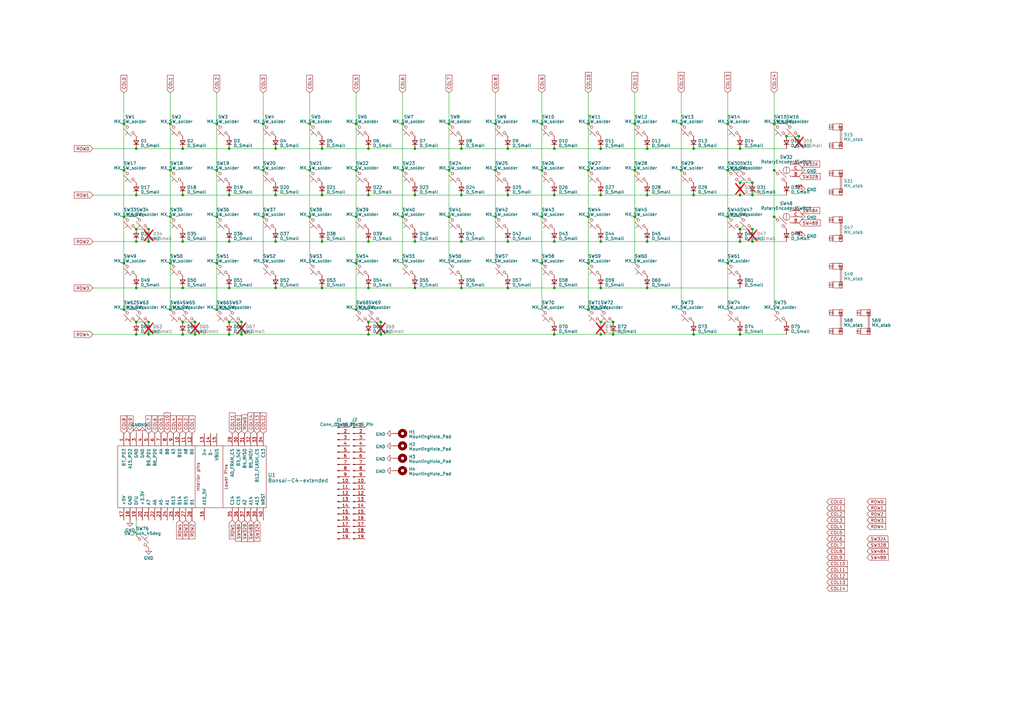
<source format=kicad_sch>
(kicad_sch (version 20230121) (generator eeschema)
  (paper "A3")
  (title_block (title "zensai65_UNI_i3"))
  (junction (at 156.21 132.08))
  (junction (at 151.13 132.08))
  (junction (at 69.85 107.95))
  (junction (at 184.15 50.8))
  (junction (at 74.93 132.08))
  (junction (at 308.61 80.01))
  (junction (at 55.88 118.11))
  (junction (at 127 88.9))
  (junction (at 74.93 137.16))
  (junction (at 93.98 132.08))
  (junction (at 80.01 137.16))
  (junction (at 170.18 60.96))
  (junction (at 189.23 80.01))
  (junction (at 203.2 69.85))
  (junction (at 317.5 69.85))
  (junction (at 317.5 88.9))
  (junction (at 327.66 55.88))
  (junction (at 284.48 60.96))
  (junction (at 322.58 55.88))
  (junction (at 203.2 50.8))
  (junction (at 69.85 69.85))
  (junction (at 208.28 80.01))
  (junction (at 60.96 99.06))
  (junction (at 113.03 60.96))
  (junction (at 50.8 88.9))
  (junction (at 165.1 50.8))
  (junction (at 156.21 137.16))
  (junction (at 246.38 132.08))
  (junction (at 132.08 80.01))
  (junction (at 265.43 60.96))
  (junction (at 146.05 50.8))
  (junction (at 265.43 118.11))
  (junction (at 284.48 137.16))
  (junction (at 170.18 80.01))
  (junction (at 69.85 127))
  (junction (at 88.9 107.95))
  (junction (at 74.93 118.11))
  (junction (at 184.15 88.9))
  (junction (at 50.8 107.95))
  (junction (at 88.9 127))
  (junction (at 246.38 60.96))
  (junction (at 93.98 60.96))
  (junction (at 50.8 69.85))
  (junction (at 93.98 118.11))
  (junction (at 60.96 137.16))
  (junction (at 208.28 118.11))
  (junction (at 246.38 137.16))
  (junction (at 165.1 69.85))
  (junction (at 127 50.8))
  (junction (at 227.33 60.96))
  (junction (at 93.98 80.01))
  (junction (at 303.53 74.93))
  (junction (at 69.85 88.9))
  (junction (at 298.45 69.85))
  (junction (at 151.13 137.16))
  (junction (at 303.53 93.98))
  (junction (at 265.43 99.06))
  (junction (at 151.13 118.11))
  (junction (at 80.01 132.08))
  (junction (at 146.05 69.85))
  (junction (at 189.23 60.96))
  (junction (at 74.93 60.96))
  (junction (at 241.3 50.8))
  (junction (at 298.45 88.9))
  (junction (at 251.46 132.08))
  (junction (at 151.13 60.96))
  (junction (at 93.98 137.16))
  (junction (at 132.08 99.06))
  (junction (at 308.61 74.93))
  (junction (at 241.3 127))
  (junction (at 208.28 60.96))
  (junction (at 50.8 127))
  (junction (at 241.3 69.85))
  (junction (at 170.18 118.11))
  (junction (at 208.28 99.06))
  (junction (at 50.8 50.8))
  (junction (at 146.05 127))
  (junction (at 113.03 99.06))
  (junction (at 227.33 137.16))
  (junction (at 246.38 99.06))
  (junction (at 69.85 50.8))
  (junction (at 151.13 99.06))
  (junction (at 303.53 80.01))
  (junction (at 170.18 99.06))
  (junction (at 60.96 93.98))
  (junction (at 88.9 88.9))
  (junction (at 165.1 88.9))
  (junction (at 222.25 107.95))
  (junction (at 55.88 80.01))
  (junction (at 60.96 132.08))
  (junction (at 308.61 93.98))
  (junction (at 146.05 88.9))
  (junction (at 246.38 80.01))
  (junction (at 241.3 107.95))
  (junction (at 107.95 69.85))
  (junction (at 317.5 50.8))
  (junction (at 227.33 80.01))
  (junction (at 107.95 88.9))
  (junction (at 222.25 88.9))
  (junction (at 227.33 118.11))
  (junction (at 113.03 80.01))
  (junction (at 303.53 137.16))
  (junction (at 127 69.85))
  (junction (at 303.53 99.06))
  (junction (at 132.08 118.11))
  (junction (at 55.88 60.96))
  (junction (at 74.93 80.01))
  (junction (at 227.33 99.06))
  (junction (at 146.05 107.95))
  (junction (at 298.45 50.8))
  (junction (at 279.4 50.8))
  (junction (at 132.08 60.96))
  (junction (at 260.35 50.8))
  (junction (at 260.35 69.85))
  (junction (at 55.88 132.08))
  (junction (at 99.06 132.08))
  (junction (at 265.43 80.01))
  (junction (at 222.25 69.85))
  (junction (at 93.98 99.06))
  (junction (at 203.2 88.9))
  (junction (at 222.25 50.8))
  (junction (at 88.9 69.85))
  (junction (at 55.88 137.16))
  (junction (at 298.45 107.95))
  (junction (at 113.03 118.11))
  (junction (at 99.06 137.16))
  (junction (at 189.23 118.11))
  (junction (at 189.23 99.06))
  (junction (at 251.46 137.16))
  (junction (at 246.38 118.11))
  (junction (at 151.13 80.01))
  (junction (at 55.88 99.06))
  (junction (at 184.15 69.85))
  (junction (at 74.93 99.06))
  (junction (at 284.48 80.01))
  (junction (at 55.88 93.98))
  (junction (at 260.35 88.9))
  (junction (at 303.53 60.96))
  (junction (at 107.95 50.8))
  (junction (at 241.3 88.9))
  (junction (at 279.4 69.85))
  (junction (at 308.61 99.06))
  (junction (at 88.9 50.8))
  (wire (pts (xy 74.93 80.01) (xy 93.98 80.01)))
  (wire (pts (xy 151.13 99.06) (xy 170.18 99.06)))
  (wire (pts (xy 298.45 38.1) (xy 298.45 50.8)))
  (wire (pts (xy 265.43 118.11) (xy 303.53 118.11)))
  (wire (pts (xy 170.18 118.11) (xy 189.23 118.11)))
  (wire (pts (xy 50.8 127) (xy 55.88 127)))
  (wire (pts (xy 308.61 80.01) (xy 322.58 80.01)))
  (wire (pts (xy 284.48 60.96) (xy 303.53 60.96)))
  (wire (pts (xy 113.03 118.11) (xy 132.08 118.11)))
  (wire (pts (xy 55.88 118.11) (xy 74.93 118.11)))
  (wire (pts (xy 74.93 118.11) (xy 93.98 118.11)))
  (wire (pts (xy 151.13 137.16) (xy 156.21 137.16)))
  (wire (pts (xy 127 50.8) (xy 127 69.85)))
  (wire (pts (xy 38.1 118.11) (xy 55.88 118.11)))
  (wire (pts (xy 107.95 38.1) (xy 107.95 50.8)))
  (wire (pts (xy 265.43 99.06) (xy 303.53 99.06)))
  (wire (pts (xy 55.88 93.98) (xy 60.96 93.98)))
  (wire (pts (xy 151.13 60.96) (xy 170.18 60.96)))
  (wire (pts (xy 55.88 132.08) (xy 60.96 132.08)))
  (wire (pts (xy 298.45 69.85) (xy 303.53 69.85)))
  (wire (pts (xy 170.18 80.01) (xy 189.23 80.01)))
  (wire (pts (xy 50.8 107.95) (xy 50.8 127)))
  (wire (pts (xy 50.8 69.85) (xy 50.8 88.9)))
  (wire (pts (xy 50.8 50.8) (xy 50.8 69.85)))
  (wire (pts (xy 55.88 137.16) (xy 60.96 137.16)))
  (wire (pts (xy 303.53 74.93) (xy 308.61 74.93)))
  (wire (pts (xy 55.88 60.96) (xy 74.93 60.96)))
  (wire (pts (xy 246.38 118.11) (xy 265.43 118.11)))
  (wire (pts (xy 298.45 69.85) (xy 298.45 88.9)))
  (wire (pts (xy 222.25 69.85) (xy 222.25 88.9)))
  (wire (pts (xy 107.95 88.9) (xy 107.95 107.95)))
  (wire (pts (xy 69.85 127) (xy 74.93 127)))
  (wire (pts (xy 222.25 38.1) (xy 222.25 50.8)))
  (wire (pts (xy 227.33 80.01) (xy 246.38 80.01)))
  (wire (pts (xy 107.95 69.85) (xy 107.95 88.9)))
  (wire (pts (xy 317.5 88.9) (xy 317.5 127)))
  (wire (pts (xy 260.35 88.9) (xy 260.35 107.95)))
  (wire (pts (xy 203.2 38.1) (xy 203.2 50.8)))
  (wire (pts (xy 38.1 137.16) (xy 55.88 137.16)))
  (wire (pts (xy 69.85 107.95) (xy 69.85 127)))
  (wire (pts (xy 80.01 137.16) (xy 93.98 137.16)))
  (wire (pts (xy 74.93 60.96) (xy 93.98 60.96)))
  (wire (pts (xy 69.85 69.85) (xy 69.85 88.9)))
  (wire (pts (xy 208.28 60.96) (xy 227.33 60.96)))
  (wire (pts (xy 93.98 80.01) (xy 113.03 80.01)))
  (wire (pts (xy 38.1 99.06) (xy 55.88 99.06)))
  (wire (pts (xy 298.45 107.95) (xy 298.45 127)))
  (wire (pts (xy 132.08 60.96) (xy 151.13 60.96)))
  (wire (pts (xy 189.23 60.96) (xy 208.28 60.96)))
  (wire (pts (xy 222.25 88.9) (xy 222.25 107.95)))
  (wire (pts (xy 241.3 38.1) (xy 241.3 50.8)))
  (wire (pts (xy 113.03 99.06) (xy 132.08 99.06)))
  (wire (pts (xy 241.3 50.8) (xy 241.3 69.85)))
  (wire (pts (xy 203.2 69.85) (xy 203.2 88.9)))
  (wire (pts (xy 284.48 80.01) (xy 303.53 80.01)))
  (wire (pts (xy 165.1 50.8) (xy 165.1 69.85)))
  (wire (pts (xy 88.9 88.9) (xy 88.9 107.95)))
  (wire (pts (xy 203.2 50.8) (xy 203.2 69.85)))
  (wire (pts (xy 88.9 38.1) (xy 88.9 50.8)))
  (wire (pts (xy 260.35 50.8) (xy 260.35 69.85)))
  (wire (pts (xy 227.33 99.06) (xy 246.38 99.06)))
  (wire (pts (xy 88.9 50.8) (xy 88.9 69.85)))
  (wire (pts (xy 88.9 69.85) (xy 88.9 88.9)))
  (wire (pts (xy 50.8 38.1) (xy 50.8 50.8)))
  (wire (pts (xy 265.43 60.96) (xy 284.48 60.96)))
  (wire (pts (xy 189.23 118.11) (xy 208.28 118.11)))
  (wire (pts (xy 151.13 118.11) (xy 170.18 118.11)))
  (wire (pts (xy 170.18 99.06) (xy 189.23 99.06)))
  (wire (pts (xy 279.4 50.8) (xy 279.4 69.85)))
  (wire (pts (xy 241.3 107.95) (xy 241.3 127)))
  (wire (pts (xy 165.1 69.85) (xy 165.1 88.9)))
  (wire (pts (xy 93.98 137.16) (xy 99.06 137.16)))
  (wire (pts (xy 227.33 60.96) (xy 246.38 60.96)))
  (wire (pts (xy 260.35 69.85) (xy 260.35 88.9)))
  (wire (pts (xy 317.5 50.8) (xy 322.58 50.8)))
  (wire (pts (xy 246.38 99.06) (xy 265.43 99.06)))
  (wire (pts (xy 127 38.1) (xy 127 50.8)))
  (wire (pts (xy 69.85 88.9) (xy 69.85 107.95)))
  (wire (pts (xy 298.45 88.9) (xy 303.53 88.9)))
  (wire (pts (xy 184.15 38.1) (xy 184.15 50.8)))
  (wire (pts (xy 156.21 137.16) (xy 227.33 137.16)))
  (wire (pts (xy 208.28 99.06) (xy 227.33 99.06)))
  (wire (pts (xy 69.85 50.8) (xy 69.85 69.85)))
  (wire (pts (xy 55.88 99.06) (xy 60.96 99.06)))
  (wire (pts (xy 246.38 137.16) (xy 251.46 137.16)))
  (wire (pts (xy 284.48 137.16) (xy 303.53 137.16)))
  (wire (pts (xy 279.4 69.85) (xy 279.4 127)))
  (wire (pts (xy 55.88 213.36) (xy 55.88 219.71)))
  (wire (pts (xy 93.98 60.96) (xy 113.03 60.96)))
  (wire (pts (xy 303.53 99.06) (xy 308.61 99.06)))
  (wire (pts (xy 38.1 60.96) (xy 55.88 60.96)))
  (wire (pts (xy 74.93 99.06) (xy 93.98 99.06)))
  (wire (pts (xy 151.13 132.08) (xy 156.21 132.08)))
  (wire (pts (xy 146.05 50.8) (xy 146.05 69.85)))
  (wire (pts (xy 50.8 88.9) (xy 50.8 107.95)))
  (wire (pts (xy 93.98 118.11) (xy 113.03 118.11)))
  (wire (pts (xy 189.23 80.01) (xy 208.28 80.01)))
  (wire (pts (xy 60.96 137.16) (xy 74.93 137.16)))
  (wire (pts (xy 184.15 50.8) (xy 184.15 69.85)))
  (wire (pts (xy 222.25 107.95) (xy 222.25 127)))
  (wire (pts (xy 241.3 88.9) (xy 241.3 107.95)))
  (wire (pts (xy 50.8 88.9) (xy 55.88 88.9)))
  (wire (pts (xy 251.46 137.16) (xy 284.48 137.16)))
  (wire (pts (xy 38.1 80.01) (xy 55.88 80.01)))
  (wire (pts (xy 132.08 118.11) (xy 151.13 118.11)))
  (wire (pts (xy 246.38 132.08) (xy 251.46 132.08)))
  (wire (pts (xy 165.1 88.9) (xy 165.1 107.95)))
  (wire (pts (xy 146.05 38.1) (xy 146.05 50.8)))
  (wire (pts (xy 146.05 88.9) (xy 146.05 107.95)))
  (wire (pts (xy 55.88 80.01) (xy 74.93 80.01)))
  (wire (pts (xy 303.53 80.01) (xy 308.61 80.01)))
  (wire (pts (xy 227.33 118.11) (xy 246.38 118.11)))
  (wire (pts (xy 317.5 38.1) (xy 317.5 50.8)))
  (wire (pts (xy 99.06 137.16) (xy 151.13 137.16)))
  (wire (pts (xy 146.05 127) (xy 151.13 127)))
  (wire (pts (xy 317.5 50.8) (xy 317.5 69.85)))
  (wire (pts (xy 279.4 38.1) (xy 279.4 50.8)))
  (wire (pts (xy 184.15 88.9) (xy 184.15 107.95)))
  (wire (pts (xy 93.98 99.06) (xy 113.03 99.06)))
  (wire (pts (xy 127 88.9) (xy 127 107.95)))
  (wire (pts (xy 246.38 60.96) (xy 265.43 60.96)))
  (wire (pts (xy 303.53 93.98) (xy 308.61 93.98)))
  (wire (pts (xy 170.18 60.96) (xy 189.23 60.96)))
  (wire (pts (xy 127 69.85) (xy 127 88.9)))
  (wire (pts (xy 260.35 38.1) (xy 260.35 50.8)))
  (wire (pts (xy 246.38 80.01) (xy 265.43 80.01)))
  (wire (pts (xy 317.5 69.85) (xy 317.5 88.9)))
  (wire (pts (xy 227.33 137.16) (xy 246.38 137.16)))
  (wire (pts (xy 107.95 50.8) (xy 107.95 69.85)))
  (wire (pts (xy 203.2 88.9) (xy 203.2 107.95)))
  (wire (pts (xy 298.45 50.8) (xy 298.45 69.85)))
  (wire (pts (xy 93.98 132.08) (xy 99.06 132.08)))
  (wire (pts (xy 303.53 137.16) (xy 322.58 137.16)))
  (wire (pts (xy 132.08 99.06) (xy 151.13 99.06)))
  (wire (pts (xy 60.96 99.06) (xy 74.93 99.06)))
  (wire (pts (xy 69.85 38.1) (xy 69.85 50.8)))
  (wire (pts (xy 113.03 60.96) (xy 132.08 60.96)))
  (wire (pts (xy 113.03 80.01) (xy 132.08 80.01)))
  (wire (pts (xy 88.9 127) (xy 93.98 127)))
  (wire (pts (xy 132.08 80.01) (xy 151.13 80.01)))
  (wire (pts (xy 222.25 50.8) (xy 222.25 69.85)))
  (wire (pts (xy 165.1 38.1) (xy 165.1 50.8)))
  (wire (pts (xy 146.05 107.95) (xy 146.05 127)))
  (wire (pts (xy 241.3 69.85) (xy 241.3 88.9)))
  (wire (pts (xy 74.93 132.08) (xy 80.01 132.08)))
  (wire (pts (xy 151.13 80.01) (xy 170.18 80.01)))
  (wire (pts (xy 74.93 137.16) (xy 80.01 137.16)))
  (wire (pts (xy 184.15 69.85) (xy 184.15 88.9)))
  (wire (pts (xy 208.28 118.11) (xy 227.33 118.11)))
  (wire (pts (xy 322.58 55.88) (xy 327.66 55.88)))
  (wire (pts (xy 146.05 69.85) (xy 146.05 88.9)))
  (wire (pts (xy 241.3 127) (xy 246.38 127)))
  (wire (pts (xy 189.23 99.06) (xy 208.28 99.06)))
  (wire (pts (xy 303.53 60.96) (xy 322.58 60.96)))
  (wire (pts (xy 208.28 80.01) (xy 227.33 80.01)))
  (wire (pts (xy 298.45 88.9) (xy 298.45 107.95)))
  (wire (pts (xy 88.9 107.95) (xy 88.9 127)))
  (wire (pts (xy 265.43 80.01) (xy 284.48 80.01)))
  (wire (pts (xy 308.61 99.06) (xy 322.58 99.06)))
  (global_label "ROW0" (shape input) (at 100.33 177.8 90) (property "Intersheetrefs" "${INTERSHEET_REFS}" (effects hide)))
  (global_label "COL12" (shape input) (at 339.09 236.22 0) (property "Intersheetrefs" "${INTERSHEET_REFS}" (effects hide)))
  (global_label "SW32A" (shape input) (at 105.41 213.36 270) (property "Intersheetrefs" "${INTERSHEET_REFS}" (effects hide)))
  (global_label "COL2" (shape input) (at 76.2 177.8 90) (property "Intersheetrefs" "${INTERSHEET_REFS}" (effects hide)))
  (global_label "SW32B" (shape input) (at 327.66 72.39 0) (property "Intersheetrefs" "${INTERSHEET_REFS}" (effects hide)))
  (global_label "COL7" (shape input) (at 60.96 177.8 90) (property "Intersheetrefs" "${INTERSHEET_REFS}" (effects hide)))
  (global_label "SW48A" (shape input) (at 97.79 213.36 270) (property "Intersheetrefs" "${INTERSHEET_REFS}" (effects hide)))
  (global_label "COL4" (shape input) (at 127 38.1 90) (property "Intersheetrefs" "${INTERSHEET_REFS}" (effects hide)))
  (global_label "COL5" (shape input) (at 146.05 38.1 90) (property "Intersheetrefs" "${INTERSHEET_REFS}" (effects hide)))
  (global_label "COL11" (shape input) (at 260.35 38.1 90) (property "Intersheetrefs" "${INTERSHEET_REFS}" (effects hide)))
  (global_label "ROW3" (shape input) (at 355.6 213.36 0) (property "Intersheetrefs" "${INTERSHEET_REFS}" (effects hide)))
  (global_label "COL1" (shape input) (at 69.85 38.1 90) (property "Intersheetrefs" "${INTERSHEET_REFS}" (effects hide)))
  (global_label "COL11" (shape input) (at 95.25 177.8 90) (property "Intersheetrefs" "${INTERSHEET_REFS}" (effects hide)))
  (global_label "ROW2" (shape input) (at 355.6 210.82 0) (property "Intersheetrefs" "${INTERSHEET_REFS}" (effects hide)))
  (global_label "ROW3" (shape input) (at 76.2 213.36 270) (property "Intersheetrefs" "${INTERSHEET_REFS}" (effects hide)))
  (global_label "COL0" (shape input) (at 97.79 177.8 90) (property "Intersheetrefs" "${INTERSHEET_REFS}" (effects hide)))
  (global_label "COL8" (shape input) (at 50.8 177.8 90) (property "Intersheetrefs" "${INTERSHEET_REFS}" (effects hide)))
  (global_label "COL8" (shape input) (at 339.09 226.06 0) (property "Intersheetrefs" "${INTERSHEET_REFS}" (effects hide)))
  (global_label "COL8" (shape input) (at 203.2 38.1 90) (property "Intersheetrefs" "${INTERSHEET_REFS}" (effects hide)))
  (global_label "COL12" (shape input) (at 279.4 38.1 90) (property "Intersheetrefs" "${INTERSHEET_REFS}" (effects hide)))
  (global_label "SW32B" (shape input) (at 355.6 223.52 0) (property "Intersheetrefs" "${INTERSHEET_REFS}" (effects hide)))
  (global_label "COL10" (shape input) (at 68.58 177.8 90) (property "Intersheetrefs" "${INTERSHEET_REFS}" (effects hide)))
  (global_label "COL0" (shape input) (at 339.09 205.74 0) (property "Intersheetrefs" "${INTERSHEET_REFS}" (effects hide)))
  (global_label "SW48B" (shape input) (at 355.6 228.6 0) (property "Intersheetrefs" "${INTERSHEET_REFS}" (effects hide)))
  (global_label "COL7" (shape input) (at 339.09 223.52 0) (property "Intersheetrefs" "${INTERSHEET_REFS}" (effects hide)))
  (global_label "COL5" (shape input) (at 339.09 218.44 0) (property "Intersheetrefs" "${INTERSHEET_REFS}" (effects hide)))
  (global_label "COL5" (shape input) (at 66.04 177.8 90) (property "Intersheetrefs" "${INTERSHEET_REFS}" (effects hide)))
  (global_label "COL1" (shape input) (at 78.74 177.8 90) (property "Intersheetrefs" "${INTERSHEET_REFS}" (effects hide)))
  (global_label "SW32A" (shape input) (at 327.66 67.31 0) (property "Intersheetrefs" "${INTERSHEET_REFS}" (effects hide)))
  (global_label "COL9" (shape input) (at 339.09 228.6 0) (property "Intersheetrefs" "${INTERSHEET_REFS}" (effects hide)))
  (global_label "ROW3" (shape input) (at 38.1 118.11 180) (property "Intersheetrefs" "${INTERSHEET_REFS}" (effects hide)))
  (global_label "COL4" (shape input) (at 71.12 177.8 90) (property "Intersheetrefs" "${INTERSHEET_REFS}" (effects hide)))
  (global_label "ROW2" (shape input) (at 38.1 99.06 180) (property "Intersheetrefs" "${INTERSHEET_REFS}" (effects hide)))
  (global_label "ROW0" (shape input) (at 355.6 205.74 0) (property "Intersheetrefs" "${INTERSHEET_REFS}" (effects hide)))
  (global_label "COL2" (shape input) (at 88.9 38.1 90) (property "Intersheetrefs" "${INTERSHEET_REFS}" (effects hide)))
  (global_label "COL6" (shape input) (at 165.1 38.1 90) (property "Intersheetrefs" "${INTERSHEET_REFS}" (effects hide)))
  (global_label "COL13" (shape input) (at 105.41 177.8 90) (property "Intersheetrefs" "${INTERSHEET_REFS}" (effects hide)))
  (global_label "COL6" (shape input) (at 63.5 177.8 90) (property "Intersheetrefs" "${INTERSHEET_REFS}" (effects hide)))
  (global_label "COL14" (shape input) (at 317.5 38.1 90) (property "Intersheetrefs" "${INTERSHEET_REFS}" (effects hide)))
  (global_label "COL4" (shape input) (at 339.09 215.9 0) (property "Intersheetrefs" "${INTERSHEET_REFS}" (effects hide)))
  (global_label "ROW1" (shape input) (at 95.25 213.36 270) (property "Intersheetrefs" "${INTERSHEET_REFS}" (effects hide)))
  (global_label "SW48A" (shape input) (at 355.6 226.06 0) (property "Intersheetrefs" "${INTERSHEET_REFS}" (effects hide)))
  (global_label "COL10" (shape input) (at 241.3 38.1 90) (property "Intersheetrefs" "${INTERSHEET_REFS}" (effects hide)))
  (global_label "COL2" (shape input) (at 339.09 210.82 0) (property "Intersheetrefs" "${INTERSHEET_REFS}" (effects hide)))
  (global_label "COL0" (shape input) (at 50.8 38.1 90) (property "Intersheetrefs" "${INTERSHEET_REFS}" (effects hide)))
  (global_label "COL13" (shape input) (at 298.45 38.1 90) (property "Intersheetrefs" "${INTERSHEET_REFS}" (effects hide)))
  (global_label "COL9" (shape input) (at 222.25 38.1 90) (property "Intersheetrefs" "${INTERSHEET_REFS}" (effects hide)))
  (global_label "COL10" (shape input) (at 339.09 231.14 0) (property "Intersheetrefs" "${INTERSHEET_REFS}" (effects hide)))
  (global_label "SW48B" (shape input) (at 327.66 91.44 0) (property "Intersheetrefs" "${INTERSHEET_REFS}" (effects hide)))
  (global_label "COL7" (shape input) (at 184.15 38.1 90) (property "Intersheetrefs" "${INTERSHEET_REFS}" (effects hide)))
  (global_label "SW32A" (shape input) (at 355.6 220.98 0) (property "Intersheetrefs" "${INTERSHEET_REFS}" (effects hide)))
  (global_label "ROW4" (shape input) (at 38.1 137.16 180) (property "Intersheetrefs" "${INTERSHEET_REFS}" (effects hide)))
  (global_label "ROW1" (shape input) (at 355.6 208.28 0) (property "Intersheetrefs" "${INTERSHEET_REFS}" (effects hide)))
  (global_label "COL14" (shape input) (at 339.09 241.3 0) (property "Intersheetrefs" "${INTERSHEET_REFS}" (effects hide)))
  (global_label "COL3" (shape input) (at 339.09 213.36 0) (property "Intersheetrefs" "${INTERSHEET_REFS}" (effects hide)))
  (global_label "COL1" (shape input) (at 339.09 208.28 0) (property "Intersheetrefs" "${INTERSHEET_REFS}" (effects hide)))
  (global_label "COL12" (shape input) (at 107.95 177.8 90) (property "Intersheetrefs" "${INTERSHEET_REFS}" (effects hide)))
  (global_label "SW48A" (shape input) (at 327.66 86.36 0) (property "Intersheetrefs" "${INTERSHEET_REFS}" (effects hide)))
  (global_label "COL6" (shape input) (at 339.09 220.98 0) (property "Intersheetrefs" "${INTERSHEET_REFS}" (effects hide)))
  (global_label "ROW1" (shape input) (at 38.1 80.01 180) (property "Intersheetrefs" "${INTERSHEET_REFS}" (effects hide)))
  (global_label "COL14" (shape input) (at 102.87 177.8 90) (property "Intersheetrefs" "${INTERSHEET_REFS}" (effects hide)))
  (global_label "ROW2" (shape input) (at 78.74 213.36 270) (property "Intersheetrefs" "${INTERSHEET_REFS}" (effects hide)))
  (global_label "SW32B" (shape input) (at 100.33 213.36 270) (property "Intersheetrefs" "${INTERSHEET_REFS}" (effects hide)))
  (global_label "ROW4" (shape input) (at 355.6 215.9 0) (property "Intersheetrefs" "${INTERSHEET_REFS}" (effects hide)))
  (global_label "COL13" (shape input) (at 339.09 238.76 0) (property "Intersheetrefs" "${INTERSHEET_REFS}" (effects hide)))
  (global_label "COL3" (shape input) (at 107.95 38.1 90) (property "Intersheetrefs" "${INTERSHEET_REFS}" (effects hide)))
  (global_label "COL9" (shape input) (at 53.34 177.8 90) (property "Intersheetrefs" "${INTERSHEET_REFS}" (effects hide)))
  (global_label "COL11" (shape input) (at 339.09 233.68 0) (property "Intersheetrefs" "${INTERSHEET_REFS}" (effects hide)))
  (global_label "ROW4" (shape input) (at 73.66 213.36 270) (property "Intersheetrefs" "${INTERSHEET_REFS}" (effects hide)))
  (global_label "SW48B" (shape input) (at 102.87 213.36 270) (property "Intersheetrefs" "${INTERSHEET_REFS}" (effects hide)))
  (global_label "ROW0" (shape input) (at 38.1 60.96 180) (property "Intersheetrefs" "${INTERSHEET_REFS}" (effects hide)))
  (global_label "COL3" (shape input) (at 73.66 177.8 90) (property "Intersheetrefs" "${INTERSHEET_REFS}" (effects hide)))
  (symbol (lib_id "marbastlib-mx:MX_SW_solder") (at 262.89 53.34 180) (unit 1)
    (property "Reference" "SW12" (at 262.89 47.9171 0))
    (property "Value" "MX_SW_solder" (at 262.89 49.8381 0))
    (property "Footprint" "marbastlib-mx:SW_MX_1u" (effects hide))
  )
  (symbol (lib_id "marbastlib-mx:MX_SW_solder") (at 186.69 53.34 180) (unit 1)
    (property "Reference" "SW8" (at 186.69 47.9171 0))
    (property "Value" "MX_SW_solder" (at 186.69 49.8381 0))
    (property "Footprint" "marbastlib-mx:SW_MX_1u" (effects hide))
  )
  (symbol (lib_id "marbastlib-mx:MX_stab") (at 342.9 74.93 90) (unit 1)
    (property "Reference" "S31" (at 346.075 74.2863 90) (effects (justify right)))
    (property "Value" "MX_stab" (at 346.075 76.2073 90) (effects (justify right)))
    (property "Footprint" "marbastlib-mx:STAB_MX_P_2u" (effects hide))
  )
  (symbol (lib_id "marbastlib-mx:MX_SW_solder") (at 300.99 129.54 180) (unit 1)
    (property "Reference" "SW74" (at 300.99 124.1171 0))
    (property "Value" "MX_SW_solder" (at 300.99 126.0381 0))
    (property "Footprint" "marbastlib-mx:SW_MX_1u" (effects hide))
  )
  (symbol (lib_id "Mechanical:MountingHole_Pad") (at 163.83 187.96 270) (unit 1)
    (property "Reference" "H3" (at 167.64 187.3163 90) (effects (justify left)))
    (property "Value" "MountingHole_Pad" (at 167.64 189.2373 90) (effects (justify left)))
    (property "Footprint" "shoonies_parts:MountingHole_2.2mm_M2_Pad_MOD" (effects hide))
  )
  (symbol (lib_id "Device:D_Small") (at 151.13 134.62 90) (unit 1)
    (property "Reference" "D68" (at 152.908 133.9763 90) (effects (justify right)))
    (property "Value" "D_Small" (at 152.908 135.8973 90) (effects (justify right)))
    (property "Footprint" "shoonies_parts:D_SOD-123_CLEAN" (effects hide))
    (property "Sim.Device" "D" (effects hide))
    (property "Sim.Pins" "1=K 2=A" (effects hide))
  )
  (symbol (lib_id "Device:D_Small") (at 322.58 134.62 90) (unit 1)
    (property "Reference" "D75" (at 324.358 133.9763 90) (effects (justify right)))
    (property "Value" "D_Small" (at 324.358 135.8973 90) (effects (justify right)))
    (property "Footprint" "shoonies_parts:D_SOD-123_CLEAN" (effects hide))
    (property "Sim.Device" "D" (effects hide))
    (property "Sim.Pins" "1=K 2=A" (effects hide))
  )
  (symbol (lib_id "Device:D_Small") (at 189.23 58.42 90) (unit 1)
    (property "Reference" "D8" (at 191.008 57.7763 90) (effects (justify right)))
    (property "Value" "D_Small" (at 191.008 59.6973 90) (effects (justify right)))
    (property "Footprint" "shoonies_parts:D_SOD-123_CLEAN" (effects hide))
    (property "Sim.Device" "D" (effects hide))
    (property "Sim.Pins" "1=K 2=A" (effects hide))
  )
  (symbol (lib_id "power:GND") (at 161.29 177.8 270) (unit 1)
    (property "Reference" "#PWR09" (effects hide))
    (property "Value" "GND" (at 158.1151 178.1168 90) (effects (justify right)))
  )
  (symbol (lib_id "Device:D_Small") (at 74.93 77.47 90) (unit 1)
    (property "Reference" "D18" (at 76.708 76.8263 90) (effects (justify right)))
    (property "Value" "D_Small" (at 76.708 78.7473 90) (effects (justify right)))
    (property "Footprint" "shoonies_parts:D_SOD-123_CLEAN" (effects hide))
    (property "Sim.Device" "D" (effects hide))
    (property "Sim.Pins" "1=K 2=A" (effects hide))
  )
  (symbol (lib_id "marbastlib-mx:MX_stab") (at 342.9 93.98 90) (unit 1)
    (property "Reference" "S47" (at 346.075 93.3363 90) (effects (justify right)))
    (property "Value" "MX_stab" (at 346.075 95.2573 90) (effects (justify right)))
    (property "Footprint" "marbastlib-mx:STAB_MX_P_2u" (effects hide))
  )
  (symbol (lib_id "marbastlib-mx:MX_SW_solder") (at 53.34 129.54 180) (unit 1)
    (property "Reference" "SW62" (at 53.34 124.1171 0))
    (property "Value" "MX_SW_solder" (at 53.34 126.0381 0))
    (property "Footprint" "marbastlib-mx:SW_MX_1u" (effects hide))
  )
  (symbol (lib_id "Device:D_Small") (at 246.38 58.42 90) (unit 1)
    (property "Reference" "D11" (at 248.158 57.7763 90) (effects (justify right)))
    (property "Value" "D_Small" (at 248.158 59.6973 90) (effects (justify right)))
    (property "Footprint" "shoonies_parts:D_SOD-123_CLEAN" (effects hide))
    (property "Sim.Device" "D" (effects hide))
    (property "Sim.Pins" "1=K 2=A" (effects hide))
  )
  (symbol (lib_id "marbastlib-mx:MX_SW_solder") (at 224.79 91.44 180) (unit 1)
    (property "Reference" "SW43" (at 224.79 86.0171 0))
    (property "Value" "MX_SW_solder" (at 224.79 87.9381 0))
    (property "Footprint" "marbastlib-mx:SW_MX_1u" (effects hide))
  )
  (symbol (lib_id "marbastlib-mx:MX_SW_solder") (at 91.44 91.44 180) (unit 1)
    (property "Reference" "SW36" (at 91.44 86.0171 0))
    (property "Value" "MX_SW_solder" (at 91.44 87.9381 0))
    (property "Footprint" "marbastlib-mx:SW_MX_1u" (effects hide))
  )
  (symbol (lib_id "Device:D_Small") (at 189.23 96.52 90) (unit 1)
    (property "Reference" "D41" (at 191.008 95.8763 90) (effects (justify right)))
    (property "Value" "D_Small" (at 191.008 97.7973 90) (effects (justify right)))
    (property "Footprint" "shoonies_parts:D_SOD-123_CLEAN" (effects hide))
    (property "Sim.Device" "D" (effects hide))
    (property "Sim.Pins" "1=K 2=A" (effects hide))
  )
  (symbol (lib_id "Device:D_Small") (at 265.43 77.47 90) (unit 1)
    (property "Reference" "D28" (at 267.208 76.8263 90) (effects (justify right)))
    (property "Value" "D_Small" (at 267.208 78.7473 90) (effects (justify right)))
    (property "Footprint" "shoonies_parts:D_SOD-123_CLEAN" (effects hide))
    (property "Sim.Device" "D" (effects hide))
    (property "Sim.Pins" "1=K 2=A" (effects hide))
  )
  (symbol (lib_id "marbastlib-mx:MX_SW_solder") (at 153.67 129.54 180) (unit 1)
    (property "Reference" "SW69" (at 153.67 124.1171 0))
    (property "Value" "MX_SW_solder" (at 153.67 126.0381 0))
    (property "Footprint" "marbastlib-mx:SW_MX_1u" (effects hide))
  )
  (symbol (lib_id "power:GND") (at 161.29 193.04 270) (unit 1)
    (property "Reference" "#PWR012" (effects hide))
    (property "Value" "GND" (at 158.1151 193.3568 90) (effects (justify right)))
  )
  (symbol (lib_id "Mechanical:MountingHole_Pad") (at 163.83 182.88 270) (unit 1)
    (property "Reference" "H2" (at 167.64 182.2363 90) (effects (justify left)))
    (property "Value" "MountingHole_Pad" (at 167.64 184.1573 90) (effects (justify left)))
    (property "Footprint" "shoonies_parts:MountingHole_2.2mm_M2_Pad_MOD" (effects hide))
  )
  (symbol (lib_id "marbastlib-mx:MX_SW_solder") (at 248.92 129.54 180) (unit 1)
    (property "Reference" "SW72" (at 248.92 124.1171 0))
    (property "Value" "MX_SW_solder" (at 248.92 126.0381 0))
    (property "Footprint" "marbastlib-mx:SW_MX_1u" (effects hide))
  )
  (symbol (lib_id "Device:D_Small") (at 284.48 134.62 90) (unit 1)
    (property "Reference" "D73" (at 286.258 133.9763 90) (effects (justify right)))
    (property "Value" "D_Small" (at 286.258 135.8973 90) (effects (justify right)))
    (property "Footprint" "shoonies_parts:D_SOD-123_CLEAN" (effects hide))
    (property "Sim.Device" "D" (effects hide))
    (property "Sim.Pins" "1=K 2=A" (effects hide))
  )
  (symbol (lib_id "marbastlib-mx:MX_SW_solder") (at 186.69 110.49 180) (unit 1)
    (property "Reference" "SW56" (at 186.69 105.0671 0))
    (property "Value" "MX_SW_solder" (at 186.69 106.9881 0))
    (property "Footprint" "marbastlib-mx:SW_MX_1u" (effects hide))
  )
  (symbol (lib_id "Device:D_Small") (at 246.38 134.62 90) (unit 1) (in_bom no) (on_board no) (dnp yes)
    (property "Reference" "D71" (at 248.158 133.9763 90) (effects (justify right)))
    (property "Value" "D_Small" (at 248.158 135.8973 90) (effects (justify right)))
    (property "Footprint" "shoonies_parts:D_SOD-123_CLEAN" (effects hide))
    (property "Sim.Device" "D" (effects hide))
    (property "Sim.Pins" "1=K 2=A" (effects hide))
  )
  (symbol (lib_id "marbastlib-mx:MX_SW_solder") (at 110.49 72.39 180) (unit 1)
    (property "Reference" "SW20" (at 110.49 66.9671 0))
    (property "Value" "MX_SW_solder" (at 110.49 68.8881 0))
    (property "Footprint" "marbastlib-mx:SW_MX_1u" (effects hide))
  )
  (symbol (lib_id "marbastlib-mx:MX_SW_solder") (at 129.54 72.39 180) (unit 1)
    (property "Reference" "SW21" (at 129.54 66.9671 0))
    (property "Value" "MX_SW_solder" (at 129.54 68.8881 0))
    (property "Footprint" "marbastlib-mx:SW_MX_1u" (effects hide))
  )
  (symbol (lib_id "Device:D_Small") (at 208.28 77.47 90) (unit 1)
    (property "Reference" "D25" (at 210.058 76.8263 90) (effects (justify right)))
    (property "Value" "D_Small" (at 210.058 78.7473 90) (effects (justify right)))
    (property "Footprint" "shoonies_parts:D_SOD-123_CLEAN" (effects hide))
    (property "Sim.Device" "D" (effects hide))
    (property "Sim.Pins" "1=K 2=A" (effects hide))
  )
  (symbol (lib_id "Device:D_Small") (at 132.08 77.47 90) (unit 1)
    (property "Reference" "D21" (at 133.858 76.8263 90) (effects (justify right)))
    (property "Value" "D_Small" (at 133.858 78.7473 90) (effects (justify right)))
    (property "Footprint" "shoonies_parts:D_SOD-123_CLEAN" (effects hide))
    (property "Sim.Device" "D" (effects hide))
    (property "Sim.Pins" "1=K 2=A" (effects hide))
  )
  (symbol (lib_id "Device:D_Small") (at 74.93 115.57 90) (unit 1)
    (property "Reference" "D50" (at 76.708 114.9263 90) (effects (justify right)))
    (property "Value" "D_Small" (at 76.708 116.8473 90) (effects (justify right)))
    (property "Footprint" "shoonies_parts:D_SOD-123_CLEAN" (effects hide))
    (property "Sim.Device" "D" (effects hide))
    (property "Sim.Pins" "1=K 2=A" (effects hide))
  )
  (symbol (lib_id "Device:D_Small") (at 60.96 134.62 90) (unit 1) (in_bom no) (on_board no) (dnp yes)
    (property "Reference" "D63" (at 62.738 133.9763 90) (effects (justify right)))
    (property "Value" "D_Small" (at 62.738 135.8973 90) (effects (justify right)))
    (property "Footprint" "shoonies_parts:D_SOD-123_CLEAN" (effects hide))
    (property "Sim.Device" "D" (effects hide))
    (property "Sim.Pins" "1=K 2=A" (effects hide))
  )
  (symbol (lib_id "power:GND") (at 53.34 213.36 0) (unit 1)
    (property "Reference" "#PWR01" (effects hide))
    (property "Value" "GND" (at 53.34 217.4955 0))
  )
  (symbol (lib_id "Switch:SW_Push_45deg") (at 58.42 222.25 0) (unit 1)
    (property "Reference" "SW76" (at 58.42 216.8271 0))
    (property "Value" "SW_Push_45deg" (at 58.42 218.7481 0))
    (property "Footprint" "Button_Switch_SMD:SW_SPST_TL3342" (effects hide))
  )
  (symbol (lib_id "Device:D_Small") (at 227.33 96.52 90) (unit 1)
    (property "Reference" "D43" (at 229.108 95.8763 90) (effects (justify right)))
    (property "Value" "D_Small" (at 229.108 97.7973 90) (effects (justify right)))
    (property "Footprint" "shoonies_parts:D_SOD-123_CLEAN" (effects hide))
    (property "Sim.Device" "D" (effects hide))
    (property "Sim.Pins" "1=K 2=A" (effects hide))
  )
  (symbol (lib_id "Device:D_Small") (at 74.93 134.62 90) (unit 1)
    (property "Reference" "D64" (at 76.708 133.9763 90) (effects (justify right)))
    (property "Value" "D_Small" (at 76.708 135.8973 90) (effects (justify right)))
    (property "Footprint" "shoonies_parts:D_SOD-123_CLEAN" (effects hide))
    (property "Sim.Device" "D" (effects hide))
    (property "Sim.Pins" "1=K 2=A" (effects hide))
  )
  (symbol (lib_id "Connector:Conn_01x19_Pin") (at 138.43 198.12 0) (unit 1)
    (property "Reference" "J1" (at 139.065 172.1739 0))
    (property "Value" "Conn_01x19_Pin" (at 139.065 174.0949 0))
    (property "Footprint" "Connector_PinHeader_2.54mm:PinHeader_1x19_P2.54mm_Vertical_SMD_Pin1Left" (effects hide))
  )
  (symbol (lib_id "marbastlib-mx:MX_SW_solder") (at 148.59 91.44 180) (unit 1)
    (property "Reference" "SW39" (at 148.59 86.0171 0))
    (property "Value" "MX_SW_solder" (at 148.59 87.9381 0))
    (property "Footprint" "marbastlib-mx:SW_MX_1u" (effects hide))
  )
  (symbol (lib_id "Device:D_Small") (at 156.21 134.62 90) (unit 1) (in_bom no) (on_board no) (dnp yes)
    (property "Reference" "D69" (at 157.988 133.9763 90) (effects (justify right)))
    (property "Value" "D_Small" (at 157.988 135.8973 90) (effects (justify right)))
    (property "Footprint" "shoonies_parts:D_SOD-123_CLEAN" (effects hide))
    (property "Sim.Device" "D" (effects hide))
    (property "Sim.Pins" "1=K 2=A" (effects hide))
  )
  (symbol (lib_id "Device:D_Small") (at 246.38 96.52 90) (unit 1)
    (property "Reference" "D44" (at 248.158 95.8763 90) (effects (justify right)))
    (property "Value" "D_Small" (at 248.158 97.7973 90) (effects (justify right)))
    (property "Footprint" "shoonies_parts:D_SOD-123_CLEAN" (effects hide))
    (property "Sim.Device" "D" (effects hide))
    (property "Sim.Pins" "1=K 2=A" (effects hide))
  )
  (symbol (lib_id "Device:D_Small") (at 113.03 77.47 90) (unit 1)
    (property "Reference" "D20" (at 114.808 76.8263 90) (effects (justify right)))
    (property "Value" "D_Small" (at 114.808 78.7473 90) (effects (justify right)))
    (property "Footprint" "shoonies_parts:D_SOD-123_CLEAN" (effects hide))
    (property "Sim.Device" "D" (effects hide))
    (property "Sim.Pins" "1=K 2=A" (effects hide))
  )
  (symbol (lib_id "Device:D_Small") (at 93.98 115.57 90) (unit 1)
    (property "Reference" "D51" (at 95.758 114.9263 90) (effects (justify right)))
    (property "Value" "D_Small" (at 95.758 116.8473 90) (effects (justify right)))
    (property "Footprint" "shoonies_parts:D_SOD-123_CLEAN" (effects hide))
    (property "Sim.Device" "D" (effects hide))
    (property "Sim.Pins" "1=K 2=A" (effects hide))
  )
  (symbol (lib_id "power:GND") (at 161.29 187.96 270) (unit 1)
    (property "Reference" "#PWR011" (effects hide))
    (property "Value" "GND" (at 158.1151 188.2768 90) (effects (justify right)))
  )
  (symbol (lib_id "power:GND") (at 161.29 182.88 270) (unit 1)
    (property "Reference" "#PWR010" (effects hide))
    (property "Value" "GND" (at 158.1151 183.1968 90) (effects (justify right)))
  )
  (symbol (lib_id "marbastlib-mx:MX_SW_solder") (at 53.34 53.34 180) (unit 1)
    (property "Reference" "SW1" (at 53.34 47.9171 0))
    (property "Value" "MX_SW_solder" (at 53.34 49.8381 0))
    (property "Footprint" "marbastlib-mx:SW_MX_1u" (effects hide))
  )
  (symbol (lib_id "marbastlib-mx:MX_SW_solder") (at 129.54 110.49 180) (unit 1)
    (property "Reference" "SW53" (at 129.54 105.0671 0))
    (property "Value" "MX_SW_solder" (at 129.54 106.9881 0))
    (property "Footprint" "marbastlib-mx:SW_MX_1u" (effects hide))
  )
  (symbol (lib_id "Device:D_Small") (at 246.38 77.47 90) (unit 1)
    (property "Reference" "D27" (at 248.158 76.8263 90) (effects (justify right)))
    (property "Value" "D_Small" (at 248.158 78.7473 90) (effects (justify right)))
    (property "Footprint" "shoonies_parts:D_SOD-123_CLEAN" (effects hide))
    (property "Sim.Device" "D" (effects hide))
    (property "Sim.Pins" "1=K 2=A" (effects hide))
  )
  (symbol (lib_id "Device:D_Small") (at 151.13 96.52 90) (unit 1)
    (property "Reference" "D39" (at 152.908 95.8763 90) (effects (justify right)))
    (property "Value" "D_Small" (at 152.908 97.7973 90) (effects (justify right)))
    (property "Footprint" "shoonies_parts:D_SOD-123_CLEAN" (effects hide))
    (property "Sim.Device" "D" (effects hide))
    (property "Sim.Pins" "1=K 2=A" (effects hide))
  )
  (symbol (lib_id "Device:D_Small") (at 170.18 96.52 90) (unit 1)
    (property "Reference" "D40" (at 171.958 95.8763 90) (effects (justify right)))
    (property "Value" "D_Small" (at 171.958 97.7973 90) (effects (justify right)))
    (property "Footprint" "shoonies_parts:D_SOD-123_CLEAN" (effects hide))
    (property "Sim.Device" "D" (effects hide))
    (property "Sim.Pins" "1=K 2=A" (effects hide))
  )
  (symbol (lib_id "marbastlib-mx:MX_SW_solder") (at 243.84 72.39 180) (unit 1)
    (property "Reference" "SW27" (at 243.84 66.9671 0))
    (property "Value" "MX_SW_solder" (at 243.84 68.8881 0))
    (property "Footprint" "marbastlib-mx:SW_MX_1u" (effects hide))
  )
  (symbol (lib_id "Device:D_Small") (at 55.88 134.62 90) (unit 1)
    (property "Reference" "D62" (at 57.658 133.9763 90) (effects (justify right)))
    (property "Value" "D_Small" (at 57.658 135.8973 90) (effects (justify right)))
    (property "Footprint" "shoonies_parts:D_SOD-123_CLEAN" (effects hide))
    (property "Sim.Device" "D" (effects hide))
    (property "Sim.Pins" "1=K 2=A" (effects hide))
  )
  (symbol (lib_id "Device:D_Small") (at 284.48 77.47 90) (unit 1)
    (property "Reference" "D29" (at 286.258 76.8263 90) (effects (justify right)))
    (property "Value" "D_Small" (at 286.258 78.7473 90) (effects (justify right)))
    (property "Footprint" "shoonies_parts:D_SOD-123_CLEAN" (effects hide))
    (property "Sim.Device" "D" (effects hide))
    (property "Sim.Pins" "1=K 2=A" (effects hide))
  )
  (symbol (lib_id "Mechanical:MountingHole_Pad") (at 163.83 177.8 270) (unit 1)
    (property "Reference" "H1" (at 167.64 177.1563 90) (effects (justify left)))
    (property "Value" "MountingHole_Pad" (at 167.64 179.0773 90) (effects (justify left)))
    (property "Footprint" "shoonies_parts:MountingHole_2.2mm_M2_Pad_MOD" (effects hide))
  )
  (symbol (lib_id "Device:D_Small") (at 284.48 58.42 90) (unit 1)
    (property "Reference" "D13" (at 286.258 57.7763 90) (effects (justify right)))
    (property "Value" "D_Small" (at 286.258 59.6973 90) (effects (justify right)))
    (property "Footprint" "shoonies_parts:D_SOD-123_CLEAN" (effects hide))
    (property "Sim.Device" "D" (effects hide))
    (property "Sim.Pins" "1=K 2=A" (effects hide))
  )
  (symbol (lib_id "Device:D_Small") (at 93.98 134.62 90) (unit 1)
    (property "Reference" "D66" (at 95.758 133.9763 90) (effects (justify right)))
    (property "Value" "D_Small" (at 95.758 135.8973 90) (effects (justify right)))
    (property "Footprint" "shoonies_parts:D_SOD-123_CLEAN" (effects hide))
    (property "Sim.Device" "D" (effects hide))
    (property "Sim.Pins" "1=K 2=A" (effects hide))
  )
  (symbol (lib_id "Device:D_Small") (at 265.43 58.42 90) (unit 1)
    (property "Reference" "D12" (at 267.208 57.7763 90) (effects (justify right)))
    (property "Value" "D_Small" (at 267.208 59.6973 90) (effects (justify right)))
    (property "Footprint" "shoonies_parts:D_SOD-123_CLEAN" (effects hide))
    (property "Sim.Device" "D" (effects hide))
    (property "Sim.Pins" "1=K 2=A" (effects hide))
  )
  (symbol (lib_id "Device:D_Small") (at 308.61 96.52 90) (unit 1) (in_bom no) (on_board no) (dnp yes)
    (property "Reference" "D47" (at 310.388 95.8763 90) (effects (justify right)))
    (property "Value" "D_Small" (at 310.388 97.7973 90) (effects (justify right)))
    (property "Footprint" "shoonies_parts:D_SOD-123_CLEAN" (effects hide))
    (property "Sim.Device" "D" (effects hide))
    (property "Sim.Pins" "1=K 2=A" (effects hide))
  )
  (symbol (lib_id "marbastlib-mx:MX_SW_solder") (at 167.64 110.49 180) (unit 1)
    (property "Reference" "SW55" (at 167.64 105.0671 0))
    (property "Value" "MX_SW_solder" (at 167.64 106.9881 0))
    (property "Footprint" "marbastlib-mx:SW_MX_1u" (effects hide))
  )
  (symbol (lib_id "Device:D_Small") (at 170.18 115.57 90) (unit 1)
    (property "Reference" "D55" (at 171.958 114.9263 90) (effects (justify right)))
    (property "Value" "D_Small" (at 171.958 116.8473 90) (effects (justify right)))
    (property "Footprint" "shoonies_parts:D_SOD-123_CLEAN" (effects hide))
    (property "Sim.Device" "D" (effects hide))
    (property "Sim.Pins" "1=K 2=A" (effects hide))
  )
  (symbol (lib_id "Device:D_Small") (at 208.28 115.57 90) (unit 1)
    (property "Reference" "D57" (at 210.058 114.9263 90) (effects (justify right)))
    (property "Value" "D_Small" (at 210.058 116.8473 90) (effects (justify right)))
    (property "Footprint" "shoonies_parts:D_SOD-123_CLEAN" (effects hide))
    (property "Sim.Device" "D" (effects hide))
    (property "Sim.Pins" "1=K 2=A" (effects hide))
  )
  (symbol (lib_id "Device:D_Small") (at 113.03 58.42 90) (unit 1)
    (property "Reference" "D4" (at 114.808 57.7763 90) (effects (justify right)))
    (property "Value" "D_Small" (at 114.808 59.6973 90) (effects (justify right)))
    (property "Footprint" "shoonies_parts:D_SOD-123_CLEAN" (effects hide))
    (property "Sim.Device" "D" (effects hide))
    (property "Sim.Pins" "1=K 2=A" (effects hide))
  )
  (symbol (lib_id "marbastlib-mx:MX_SW_solder") (at 205.74 53.34 180) (unit 1)
    (property "Reference" "SW9" (at 205.74 47.9171 0))
    (property "Value" "MX_SW_solder" (at 205.74 49.8381 0))
    (property "Footprint" "marbastlib-mx:SW_MX_1u" (effects hide))
  )
  (symbol (lib_id "marbastlib-mx:MX_SW_solder") (at 148.59 129.54 180) (unit 1)
    (property "Reference" "SW68" (at 148.59 124.1171 0))
    (property "Value" "MX_SW_solder" (at 148.59 126.0381 0))
    (property "Footprint" "marbastlib-mx:SW_MX_1u" (effects hide))
  )
  (symbol (lib_id "Device:D_Small") (at 93.98 58.42 90) (unit 1)
    (property "Reference" "D3" (at 95.758 57.7763 90) (effects (justify right)))
    (property "Value" "D_Small" (at 95.758 59.6973 90) (effects (justify right)))
    (property "Footprint" "shoonies_parts:D_SOD-123_CLEAN" (effects hide))
    (property "Sim.Device" "D" (effects hide))
    (property "Sim.Pins" "1=K 2=A" (effects hide))
  )
  (symbol (lib_id "marbastlib-mx:MX_SW_solder") (at 320.04 129.54 180) (unit 1)
    (property "Reference" "SW75" (at 320.04 124.1171 0))
    (property "Value" "MX_SW_solder" (at 320.04 126.0381 0))
    (property "Footprint" "marbastlib-mx:SW_MX_1u" (effects hide))
  )
  (symbol (lib_id "shoonies_symbs:RotaryEncoder_Switch") (at 320.04 72.39 0) (unit 1)
    (property "Reference" "SW32" (at 322.4807 64.427 0))
    (property "Value" "RotaryEncoder_Switch" (at 322.4807 66.348 0))
    (property "Footprint" "marbastlib-various:ROT_Alps_EC11E-Switch" (effects hide))
  )
  (symbol (lib_id "power:GND") (at 55.88 177.8 180) (unit 1)
    (property "Reference" "#PWR02" (effects hide))
    (property "Value" "GND" (at 55.88 174.2981 0))
  )
  (symbol (lib_id "Device:D_Small") (at 80.01 134.62 90) (unit 1) (in_bom no) (on_board no) (dnp yes)
    (property "Reference" "D65" (at 81.788 133.9763 90) (effects (justify right)))
    (property "Value" "D_Small" (at 81.788 135.8973 90) (effects (justify right)))
    (property "Footprint" "shoonies_parts:D_SOD-123_CLEAN" (effects hide))
    (property "Sim.Device" "D" (effects hide))
    (property "Sim.Pins" "1=K 2=A" (effects hide))
  )
  (symbol (lib_id "marbastlib-mx:MX_stab") (at 342.9 113.03 90) (unit 1)
    (property "Reference" "S49" (at 346.075 112.3863 90) (effects (justify right)))
    (property "Value" "MX_stab" (at 346.075 114.3073 90) (effects (justify right)))
    (property "Footprint" "marbastlib-mx:STAB_MX_P_2u" (effects hide))
  )
  (symbol (lib_id "marbastlib-mx:MX_SW_solder") (at 300.99 53.34 180) (unit 1)
    (property "Reference" "SW14" (at 300.99 47.9171 0))
    (property "Value" "MX_SW_solder" (at 300.99 49.8381 0))
    (property "Footprint" "marbastlib-mx:SW_MX_1u" (effects hide))
  )
  (symbol (lib_id "marbastlib-mx:MX_SW_solder") (at 300.99 72.39 0) (unit 1)
    (property "Reference" "SW30" (at 300.99 66.9671 0))
    (property "Value" "MX_SW_solder" (at 300.99 68.8881 0))
    (property "Footprint" "marbastlib-mx:SW_MX_1u" (effects hide))
  )
  (symbol (lib_id "Device:D_Small") (at 322.58 77.47 90) (unit 1)
    (property "Reference" "D32" (at 324.358 76.8263 90) (effects (justify right)))
    (property "Value" "D_Small" (at 324.358 78.7473 90) (effects (justify right)))
    (property "Footprint" "shoonies_parts:D_SOD-123_CLEAN" (effects hide))
    (property "Sim.Device" "D" (effects hide))
    (property "Sim.Pins" "1=K 2=A" (effects hide))
  )
  (symbol (lib_id "Device:D_Small") (at 99.06 134.62 90) (unit 1) (in_bom no) (on_board no) (dnp yes)
    (property "Reference" "D67" (at 100.838 133.9763 90) (effects (justify right)))
    (property "Value" "D_Small" (at 100.838 135.8973 90) (effects (justify right)))
    (property "Footprint" "shoonies_parts:D_SOD-123_CLEAN" (effects hide))
    (property "Sim.Device" "D" (effects hide))
    (property "Sim.Pins" "1=K 2=A" (effects hide))
  )
  (symbol (lib_id "Device:D_Small") (at 113.03 115.57 90) (unit 1)
    (property "Reference" "D52" (at 114.808 114.9263 90) (effects (justify right)))
    (property "Value" "D_Small" (at 114.808 116.8473 90) (effects (justify right)))
    (property "Footprint" "shoonies_parts:D_SOD-123_CLEAN" (effects hide))
    (property "Sim.Device" "D" (effects hide))
    (property "Sim.Pins" "1=K 2=A" (effects hide))
  )
  (symbol (lib_id "Device:D_Small") (at 227.33 115.57 90) (unit 1)
    (property "Reference" "D58" (at 229.108 114.9263 90) (effects (justify right)))
    (property "Value" "D_Small" (at 229.108 116.8473 90) (effects (justify right)))
    (property "Footprint" "shoonies_parts:D_SOD-123_CLEAN" (effects hide))
    (property "Sim.Device" "D" (effects hide))
    (property "Sim.Pins" "1=K 2=A" (effects hide))
  )
  (symbol (lib_id "marbastlib-mx:MX_SW_solder") (at 167.64 53.34 180) (unit 1)
    (property "Reference" "SW7" (at 167.64 47.9171 0))
    (property "Value" "MX_SW_solder" (at 167.64 49.8381 0))
    (property "Footprint" "marbastlib-mx:SW_MX_1u" (effects hide))
  )
  (symbol (lib_id "marbastlib-mx:MX_SW_solder") (at 320.04 53.34 180) (unit 1)
    (property "Reference" "SW15" (at 320.04 47.9171 0))
    (property "Value" "MX_SW_solder" (at 320.04 49.8381 0))
    (property "Footprint" "marbastlib-mx:SW_MX_1u" (effects hide))
  )
  (symbol (lib_id "power:GND") (at 58.42 177.8 180) (unit 1)
    (property "Reference" "#PWR03" (effects hide))
    (property "Value" "GND" (at 58.42 174.2981 0))
  )
  (symbol (lib_id "marbastlib-mx:MX_SW_solder") (at 243.84 91.44 180) (unit 1)
    (property "Reference" "SW44" (at 243.84 86.0171 0))
    (property "Value" "MX_SW_solder" (at 243.84 87.9381 0))
    (property "Footprint" "marbastlib-mx:SW_MX_1u" (effects hide))
  )
  (symbol (lib_id "marbastlib-mx:MX_SW_solder") (at 306.07 91.44 180) (unit 1)
    (property "Reference" "SW47" (at 306.07 86.0171 0))
    (property "Value" "MX_SW_solder" (at 306.07 87.9381 0))
    (property "Footprint" "marbastlib-mx:SW_MX_1u" (effects hide))
  )
  (symbol (lib_id "marbastlib-mx:MX_SW_solder") (at 110.49 110.49 180) (unit 1)
    (property "Reference" "SW52" (at 110.49 105.0671 0))
    (property "Value" "MX_SW_solder" (at 110.49 106.9881 0))
    (property "Footprint" "marbastlib-mx:SW_MX_1u" (effects hide))
  )
  (symbol (lib_id "power:GND") (at 60.96 224.79 0) (unit 1)
    (property "Reference" "#PWR08" (effects hide))
    (property "Value" "GND" (at 60.96 228.9255 0))
  )
  (symbol (lib_id "Device:D_Small") (at 93.98 96.52 90) (unit 1)
    (property "Reference" "D36" (at 95.758 95.8763 90) (effects (justify right)))
    (property "Value" "D_Small" (at 95.758 97.7973 90) (effects (justify right)))
    (property "Footprint" "shoonies_parts:D_SOD-123_CLEAN" (effects hide))
    (property "Sim.Device" "D" (effects hide))
    (property "Sim.Pins" "1=K 2=A" (effects hide))
  )
  (symbol (lib_id "Device:D_Small") (at 251.46 134.62 90) (unit 1)
    (property "Reference" "D72" (at 253.238 133.9763 90) (effects (justify right)))
    (property "Value" "D_Small" (at 253.238 135.8973 90) (effects (justify right)))
    (property "Footprint" "shoonies_parts:D_SOD-123_CLEAN" (effects hide))
    (property "Sim.Device" "D" (effects hide))
    (property "Sim.Pins" "1=K 2=A" (effects hide))
  )
  (symbol (lib_id "marbastlib-mx:MX_SW_solder") (at 77.47 129.54 180) (unit 1)
    (property "Reference" "SW65" (at 77.47 124.1171 0))
    (property "Value" "MX_SW_solder" (at 77.47 126.0381 0))
    (property "Footprint" "marbastlib-mx:SW_MX_1u" (effects hide))
  )
  (symbol (lib_id "marbastlib-mx:MX_SW_solder") (at 224.79 129.54 180) (unit 1)
    (property "Reference" "SW70" (at 224.79 124.1171 0))
    (property "Value" "MX_SW_solder" (at 224.79 126.0381 0))
    (property "Footprint" "marbastlib-mx:SW_MX_1u" (effects hide))
  )
  (symbol (lib_id "Device:D_Small") (at 151.13 58.42 90) (unit 1)
    (property "Reference" "D6" (at 152.908 57.7763 90) (effects (justify right)))
    (property "Value" "D_Small" (at 152.908 59.6973 90) (effects (justify right)))
    (property "Footprint" "shoonies_parts:D_SOD-123_CLEAN" (effects hide))
    (property "Sim.Device" "D" (effects hide))
    (property "Sim.Pins" "1=K 2=A" (effects hide))
  )
  (symbol (lib_id "marbastlib-mx:MX_SW_solder") (at 243.84 110.49 180) (unit 1)
    (property "Reference" "SW59" (at 243.84 105.0671 0))
    (property "Value" "MX_SW_solder" (at 243.84 106.9881 0))
    (property "Footprint" "marbastlib-mx:SW_MX_1u" (effects hide))
  )
  (symbol (lib_id "marbastlib-mx:MX_SW_solder") (at 148.59 53.34 180) (unit 1)
    (property "Reference" "SW6" (at 148.59 47.9171 0))
    (property "Value" "MX_SW_solder" (at 148.59 49.8381 0))
    (property "Footprint" "marbastlib-mx:SW_MX_1u" (effects hide))
  )
  (symbol (lib_id "marbastlib-mx:MX_SW_solder") (at 58.42 91.44 180) (unit 1)
    (property "Reference" "SW34" (at 58.42 86.0171 0))
    (property "Value" "MX_SW_solder" (at 58.42 87.9381 0))
    (property "Footprint" "marbastlib-mx:SW_MX_1u" (effects hide))
  )
  (symbol (lib_id "marbastlib-mx:MX_SW_solder") (at 96.52 129.54 180) (unit 1)
    (property "Reference" "SW67" (at 96.52 124.1171 0))
    (property "Value" "MX_SW_solder" (at 96.52 126.0381 0))
    (property "Footprint" "marbastlib-mx:SW_MX_1u" (effects hide))
  )
  (symbol (lib_id "Device:D_Small") (at 227.33 77.47 90) (unit 1)
    (property "Reference" "D26" (at 229.108 76.8263 90) (effects (justify right)))
    (property "Value" "D_Small" (at 229.108 78.7473 90) (effects (justify right)))
    (property "Footprint" "shoonies_parts:D_SOD-123_CLEAN" (effects hide))
    (property "Sim.Device" "D" (effects hide))
    (property "Sim.Pins" "1=K 2=A" (effects hide))
  )
  (symbol (lib_id "marbastlib-mx:MX_SW_solder") (at 110.49 53.34 180) (unit 1)
    (property "Reference" "SW4" (at 110.49 47.9171 0))
    (property "Value" "MX_SW_solder" (at 110.49 49.8381 0))
    (property "Footprint" "marbastlib-mx:SW_MX_1u" (effects hide))
  )
  (symbol (lib_id "marbastlib-mx:MX_SW_solder") (at 91.44 53.34 180) (unit 1)
    (property "Reference" "SW3" (at 91.44 47.9171 0))
    (property "Value" "MX_SW_solder" (at 91.44 49.8381 0))
    (property "Footprint" "marbastlib-mx:SW_MX_1u" (effects hide))
  )
  (symbol (lib_id "marbastlib-mx:MX_SW_solder") (at 243.84 129.54 180) (unit 1)
    (property "Reference" "SW71" (at 243.84 124.1171 0))
    (property "Value" "MX_SW_solder" (at 243.84 126.0381 0))
    (property "Footprint" "marbastlib-mx:SW_MX_1u" (effects hide))
  )
  (symbol (lib_id "marbastlib-mx:MX_SW_solder") (at 281.94 72.39 180) (unit 1)
    (property "Reference" "SW29" (at 281.94 66.9671 0))
    (property "Value" "MX_SW_solder" (at 281.94 68.8881 0))
    (property "Footprint" "marbastlib-mx:SW_MX_1u" (effects hide))
  )
  (symbol (lib_id "shoonies_symbs:RotaryEncoder_Switch") (at 320.04 91.44 0) (unit 1)
    (property "Reference" "SW48" (at 322.4807 83.477 0))
    (property "Value" "RotaryEncoder_Switch" (at 322.4807 85.398 0))
    (property "Footprint" "marbastlib-various:ROT_Alps_EC11E-Switch" (effects hide))
  )
  (symbol (lib_id "marbastlib-mx:MX_SW_solder") (at 72.39 129.54 180) (unit 1)
    (property "Reference" "SW64" (at 72.39 124.1171 0))
    (property "Value" "MX_SW_solder" (at 72.39 126.0381 0))
    (property "Footprint" "marbastlib-mx:SW_MX_1u" (effects hide))
  )
  (symbol (lib_id "marbastlib-mx:MX_SW_solder") (at 72.39 72.39 180) (unit 1)
    (property "Reference" "SW18" (at 72.39 66.9671 0))
    (property "Value" "MX_SW_solder" (at 72.39 68.8881 0))
    (property "Footprint" "marbastlib-mx:SW_MX_1u" (effects hide))
  )
  (symbol (lib_id "Device:D_Small") (at 189.23 115.57 90) (unit 1)
    (property "Reference" "D56" (at 191.008 114.9263 90) (effects (justify right)))
    (property "Value" "D_Small" (at 191.008 116.8473 90) (effects (justify right)))
    (property "Footprint" "shoonies_parts:D_SOD-123_CLEAN" (effects hide))
    (property "Sim.Device" "D" (effects hide))
    (property "Sim.Pins" "1=K 2=A" (effects hide))
  )
  (symbol (lib_id "marbastlib-mx:MX_SW_solder") (at 129.54 53.34 180) (unit 1)
    (property "Reference" "SW5" (at 129.54 47.9171 0))
    (property "Value" "MX_SW_solder" (at 129.54 49.8381 0))
    (property "Footprint" "marbastlib-mx:SW_MX_1u" (effects hide))
  )
  (symbol (lib_id "marbastlib-mx:MX_stab") (at 354.33 132.08 90) (unit 1)
    (property "Reference" "S69" (at 357.505 131.4363 90) (effects (justify right)))
    (property "Value" "MX_stab" (at 357.505 133.3573 90) (effects (justify right)))
    (property "Footprint" "marbastlib-mx:STAB_MX_P_7u" (effects hide))
  )
  (symbol (lib_id "marbastlib-mx:MX_SW_solder") (at 300.99 110.49 180) (unit 1)
    (property "Reference" "SW61" (at 300.99 105.0671 0))
    (property "Value" "MX_SW_solder" (at 300.99 106.9881 0))
    (property "Footprint" "marbastlib-mx:SW_MX_1u" (effects hide))
  )
  (symbol (lib_id "Device:D_Small") (at 55.88 58.42 90) (unit 1)
    (property "Reference" "D1" (at 57.658 57.7763 90) (effects (justify right)))
    (property "Value" "D_Small" (at 57.658 59.6973 90) (effects (justify right)))
    (property "Footprint" "shoonies_parts:D_SOD-123_CLEAN" (effects hide))
    (property "Sim.Device" "D" (effects hide))
    (property "Sim.Pins" "1=K 2=A" (effects hide))
  )
  (symbol (lib_id "Device:D_Small") (at 303.53 58.42 90) (unit 1)
    (property "Reference" "D14" (at 305.308 57.7763 90) (effects (justify right)))
    (property "Value" "D_Small" (at 305.308 59.6973 90) (effects (justify right)))
    (property "Footprint" "shoonies_parts:D_SOD-123_CLEAN" (effects hide))
    (property "Sim.Device" "D" (effects hide))
    (property "Sim.Pins" "1=K 2=A" (effects hide))
  )
  (symbol (lib_id "marbastlib-mx:MX_SW_solder") (at 53.34 110.49 180) (unit 1)
    (property "Reference" "SW49" (at 53.34 105.0671 0))
    (property "Value" "MX_SW_solder" (at 53.34 106.9881 0))
    (property "Footprint" "marbastlib-mx:SW_MX_1u" (effects hide))
  )
  (symbol (lib_id "Device:D_Small") (at 60.96 96.52 90) (unit 1) (in_bom no) (on_board no) (dnp yes)
    (property "Reference" "D34" (at 62.738 95.8763 90) (effects (justify right)))
    (property "Value" "D_Small" (at 62.738 97.7973 90) (effects (justify right)))
    (property "Footprint" "shoonies_parts:D_SOD-123_CLEAN" (effects hide))
    (property "Sim.Device" "D" (effects hide))
    (property "Sim.Pins" "1=K 2=A" (effects hide))
  )
  (symbol (lib_id "marbastlib-mx:MX_SW_solder") (at 281.94 129.54 180) (unit 1)
    (property "Reference" "SW73" (at 281.94 124.1171 0))
    (property "Value" "MX_SW_solder" (at 281.94 126.0381 0))
    (property "Footprint" "marbastlib-mx:SW_MX_1u" (effects hide))
  )
  (symbol (lib_id "marbastlib-mx:MX_SW_solder") (at 262.89 110.49 180) (unit 1)
    (property "Reference" "SW60" (at 262.89 105.0671 0))
    (property "Value" "MX_SW_solder" (at 262.89 106.9881 0))
    (property "Footprint" "marbastlib-mx:SW_MX_1u" (effects hide))
  )
  (symbol (lib_id "marbastlib-mx:MX_SW_solder") (at 205.74 72.39 180) (unit 1)
    (property "Reference" "SW25" (at 205.74 66.9671 0))
    (property "Value" "MX_SW_solder" (at 205.74 68.8881 0))
    (property "Footprint" "marbastlib-mx:SW_MX_1u" (effects hide))
  )
  (symbol (lib_id "Device:D_Small") (at 151.13 77.47 90) (unit 1)
    (property "Reference" "D22" (at 152.908 76.8263 90) (effects (justify right)))
    (property "Value" "D_Small" (at 152.908 78.7473 90) (effects (justify right)))
    (property "Footprint" "shoonies_parts:D_SOD-123_CLEAN" (effects hide))
    (property "Sim.Device" "D" (effects hide))
    (property "Sim.Pins" "1=K 2=A" (effects hide))
  )
  (symbol (lib_id "Device:D_Small") (at 227.33 58.42 90) (unit 1)
    (property "Reference" "D10" (at 229.108 57.7763 90) (effects (justify right)))
    (property "Value" "D_Small" (at 229.108 59.6973 90) (effects (justify right)))
    (property "Footprint" "shoonies_parts:D_SOD-123_CLEAN" (effects hide))
    (property "Sim.Device" "D" (effects hide))
    (property "Sim.Pins" "1=K 2=A" (effects hide))
  )
  (symbol (lib_id "Device:D_Small") (at 151.13 115.57 90) (unit 1)
    (property "Reference" "D54" (at 152.908 114.9263 90) (effects (justify right)))
    (property "Value" "D_Small" (at 152.908 116.8473 90) (effects (justify right)))
    (property "Footprint" "shoonies_parts:D_SOD-123_CLEAN" (effects hide))
    (property "Sim.Device" "D" (effects hide))
    (property "Sim.Pins" "1=K 2=A" (effects hide))
  )
  (symbol (lib_id "Device:D_Small") (at 208.28 96.52 90) (unit 1)
    (property "Reference" "D42" (at 210.058 95.8763 90) (effects (justify right)))
    (property "Value" "D_Small" (at 210.058 97.7973 90) (effects (justify right)))
    (property "Footprint" "shoonies_parts:D_SOD-123_CLEAN" (effects hide))
    (property "Sim.Device" "D" (effects hide))
    (property "Sim.Pins" "1=K 2=A" (effects hide))
  )
  (symbol (lib_id "Device:D_Small") (at 55.88 96.52 90) (unit 1)
    (property "Reference" "D33" (at 57.658 95.8763 90) (effects (justify right)))
    (property "Value" "D_Small" (at 57.658 97.7973 90) (effects (justify right)))
    (property "Footprint" "shoonies_parts:D_SOD-123_CLEAN" (effects hide))
    (property "Sim.Device" "D" (effects hide))
    (property "Sim.Pins" "1=K 2=A" (effects hide))
  )
  (symbol (lib_id "marbastlib-mx:MX_SW_solder") (at 167.64 72.39 180) (unit 1)
    (property "Reference" "SW23" (at 167.64 66.9671 0))
    (property "Value" "MX_SW_solder" (at 167.64 68.8881 0))
    (property "Footprint" "marbastlib-mx:SW_MX_1u" (effects hide))
  )
  (symbol (lib_id "marbastlib-mx:MX_SW_solder") (at 129.54 91.44 180) (unit 1)
    (property "Reference" "SW38" (at 129.54 86.0171 0))
    (property "Value" "MX_SW_solder" (at 129.54 87.9381 0))
    (property "Footprint" "marbastlib-mx:SW_MX_1u" (effects hide))
  )
  (symbol (lib_id "marbastlib-mx:MX_SW_solder") (at 167.64 91.44 180) (unit 1)
    (property "Reference" "SW40" (at 167.64 86.0171 0))
    (property "Value" "MX_SW_solder" (at 167.64 87.9381 0))
    (property "Footprint" "marbastlib-mx:SW_MX_1u" (effects hide))
  )
  (symbol (lib_id "marbastlib-mx:MX_SW_solder") (at 205.74 110.49 180) (unit 1)
    (property "Reference" "SW57" (at 205.74 105.0671 0))
    (property "Value" "MX_SW_solder" (at 205.74 106.9881 0))
    (property "Footprint" "marbastlib-mx:SW_MX_1u" (effects hide))
  )
  (symbol (lib_id "Device:D_Small") (at 265.43 115.57 90) (unit 1)
    (property "Reference" "D60" (at 267.208 114.9263 90) (effects (justify right)))
    (property "Value" "D_Small" (at 267.208 116.8473 90) (effects (justify right)))
    (property "Footprint" "shoonies_parts:D_SOD-123_CLEAN" (effects hide))
    (property "Sim.Device" "D" (effects hide))
    (property "Sim.Pins" "1=K 2=A" (effects hide))
  )
  (symbol (lib_id "marbastlib-mx:MX_SW_solder") (at 58.42 129.54 180) (unit 1)
    (property "Reference" "SW63" (at 58.42 124.1171 0))
    (property "Value" "MX_SW_solder" (at 58.42 126.0381 0))
    (property "Footprint" "marbastlib-mx:SW_MX_1u" (effects hide))
  )
  (symbol (lib_id "Connector:Conn_01x19_Pin") (at 144.78 198.12 0) (unit 1)
    (property "Reference" "J2" (at 145.415 172.1739 0))
    (property "Value" "Conn_01x19_Pin" (at 145.415 174.0949 0))
    (property "Footprint" "Connector_PinHeader_2.54mm:PinHeader_1x19_P2.54mm_Vertical_SMD_Pin1Left" (effects hide))
  )
  (symbol (lib_id "marbastlib-mx:MX_SW_solder") (at 243.84 53.34 180) (unit 1)
    (property "Reference" "SW11" (at 243.84 47.9171 0))
    (property "Value" "MX_SW_solder" (at 243.84 49.8381 0))
    (property "Footprint" "marbastlib-mx:SW_MX_1u" (effects hide))
  )
  (symbol (lib_id "marbastlib-mx:MX_SW_solder") (at 186.69 72.39 180) (unit 1)
    (property "Reference" "SW24" (at 186.69 66.9671 0))
    (property "Value" "MX_SW_solder" (at 186.69 68.8881 0))
    (property "Footprint" "marbastlib-mx:SW_MX_1u" (effects hide))
  )
  (symbol (lib_id "Device:D_Small") (at 227.33 134.62 90) (unit 1)
    (property "Reference" "D70" (at 229.108 133.9763 90) (effects (justify right)))
    (property "Value" "D_Small" (at 229.108 135.8973 90) (effects (justify right)))
    (property "Footprint" "shoonies_parts:D_SOD-123_CLEAN" (effects hide))
    (property "Sim.Device" "D" (effects hide))
    (property "Sim.Pins" "1=K 2=A" (effects hide))
  )
  (symbol (lib_id "marbastlib-mx:MX_stab") (at 342.9 132.08 90) (unit 1)
    (property "Reference" "S68" (at 346.075 131.4363 90) (effects (justify right)))
    (property "Value" "MX_stab" (at 346.075 133.3573 90) (effects (justify right)))
    (property "Footprint" "marbastlib-mx:STAB_MX_P_6.25u" (effects hide))
  )
  (symbol (lib_id "power:GND") (at 327.66 88.9 90) (unit 1)
    (property "Reference" "#PWR06" (effects hide))
    (property "Value" "GND" (at 330.835 89.2168 90) (effects (justify right)))
  )
  (symbol (lib_id "marbastlib-mx:MX_SW_solder") (at 72.39 53.34 180) (unit 1)
    (property "Reference" "SW2" (at 72.39 47.9171 0))
    (property "Value" "MX_SW_solder" (at 72.39 49.8381 0))
    (property "Footprint" "marbastlib-mx:SW_MX_1u" (effects hide))
  )
  (symbol (lib_id "marbastlib-mx:MX_SW_solder") (at 281.94 53.34 180) (unit 1)
    (property "Reference" "SW13" (at 281.94 47.9171 0))
    (property "Value" "MX_SW_solder" (at 281.94 49.8381 0))
    (property "Footprint" "marbastlib-mx:SW_MX_1u" (effects hide))
  )
  (symbol (lib_id "Device:D_Small") (at 55.88 115.57 90) (unit 1)
    (property "Reference" "D49" (at 57.658 114.9263 90) (effects (justify right)))
    (property "Value" "D_Small" (at 57.658 116.8473 90) (effects (justify right)))
    (property "Footprint" "shoonies_parts:D_SOD-123_CLEAN" (effects hide))
    (property "Sim.Device" "D" (effects hide))
    (property "Sim.Pins" "1=K 2=A" (effects hide))
  )
  (symbol (lib_id "Device:D_Small") (at 132.08 115.57 90) (unit 1)
    (property "Reference" "D53" (at 133.858 114.9263 90) (effects (justify right)))
    (property "Value" "D_Small" (at 133.858 116.8473 90) (effects (justify right)))
    (property "Footprint" "shoonies_parts:D_SOD-123_CLEAN" (effects hide))
    (property "Sim.Device" "D" (effects hide))
    (property "Sim.Pins" "1=K 2=A" (effects hide))
  )
  (symbol (lib_id "Device:D_Small") (at 322.58 58.42 90) (unit 1)
    (property "Reference" "D15" (at 324.358 57.7763 90) (effects (justify right)))
    (property "Value" "D_Small" (at 324.358 59.6973 90) (effects (justify right)))
    (property "Footprint" "shoonies_parts:D_SOD-123_CLEAN" (effects hide))
    (property "Sim.Device" "D" (effects hide))
    (property "Sim.Pins" "1=K 2=A" (effects hide))
  )
  (symbol (lib_id "marbastlib-mx:MX_SW_solder") (at 91.44 129.54 180) (unit 1)
    (property "Reference" "SW66" (at 91.44 124.1171 0))
    (property "Value" "MX_SW_solder" (at 91.44 126.0381 0))
    (property "Footprint" "marbastlib-mx:SW_MX_1u" (effects hide))
  )
  (symbol (lib_id "Device:D_Small") (at 74.93 58.42 90) (unit 1)
    (property "Reference" "D2" (at 76.708 57.7763 90) (effects (justify right)))
    (property "Value" "D_Small" (at 76.708 59.6973 90) (effects (justify right)))
    (property "Footprint" "shoonies_parts:D_SOD-123_CLEAN" (effects hide))
    (property "Sim.Device" "D" (effects hide))
    (property "Sim.Pins" "1=K 2=A" (effects hide))
  )
  (symbol (lib_id "power:GND") (at 327.66 96.52 90) (unit 1)
    (property "Reference" "#PWR07" (effects hide))
    (property "Value" "GND" (at 330.835 96.8368 90) (effects (justify right)))
  )
  (symbol (lib_id "marbastlib-mx:MX_SW_solder") (at 72.39 91.44 180) (unit 1)
    (property "Reference" "SW35" (at 72.39 86.0171 0))
    (property "Value" "MX_SW_solder" (at 72.39 87.9381 0))
    (property "Footprint" "marbastlib-mx:SW_MX_1u" (effects hide))
  )
  (symbol (lib_id "marbastlib-mx:MX_SW_solder") (at 325.12 53.34 180) (unit 1)
    (property "Reference" "SW16" (at 325.12 47.9171 0))
    (property "Value" "MX_SW_solder" (at 325.12 49.8381 0))
    (property "Footprint" "marbastlib-mx:SW_MX_1u" (effects hide))
  )
  (symbol (lib_id "Device:D_Small") (at 327.66 58.42 90) (unit 1) (in_bom no) (on_board no) (dnp yes)
    (property "Reference" "D16" (at 329.438 57.7763 90) (effects (justify right)))
    (property "Value" "D_Small" (at 329.438 59.6973 90) (effects (justify right)))
    (property "Footprint" "shoonies_parts:D_SOD-123_CLEAN" (effects hide))
    (property "Sim.Device" "D" (effects hide))
    (property "Sim.Pins" "1=K 2=A" (effects hide))
  )
  (symbol (lib_id "Device:D_Small") (at 322.58 96.52 90) (unit 1)
    (property "Reference" "D48" (at 324.358 95.8763 90) (effects (justify right)))
    (property "Value" "D_Small" (at 324.358 97.7973 90) (effects (justify right)))
    (property "Footprint" "shoonies_parts:D_SOD-123_CLEAN" (effects hide))
    (property "Sim.Device" "D" (effects hide))
    (property "Sim.Pins" "1=K 2=A" (effects hide))
  )
  (symbol (lib_id "Device:D_Small") (at 208.28 58.42 90) (unit 1)
    (property "Reference" "D9" (at 210.058 57.7763 90) (effects (justify right)))
    (property "Value" "D_Small" (at 210.058 59.6973 90) (effects (justify right)))
    (property "Footprint" "shoonies_parts:D_SOD-123_CLEAN" (effects hide))
    (property "Sim.Device" "D" (effects hide))
    (property "Sim.Pins" "1=K 2=A" (effects hide))
  )
  (symbol (lib_id "Device:D_Small") (at 189.23 77.47 90) (unit 1)
    (property "Reference" "D24" (at 191.008 76.8263 90) (effects (justify right)))
    (property "Value" "D_Small" (at 191.008 78.7473 90) (effects (justify right)))
    (property "Footprint" "shoonies_parts:D_SOD-123_CLEAN" (effects hide))
    (property "Sim.Device" "D" (effects hide))
    (property "Sim.Pins" "1=K 2=A" (effects hide))
  )
  (symbol (lib_id "Device:D_Small") (at 303.53 115.57 90) (unit 1)
    (property "Reference" "D61" (at 305.308 114.9263 90) (effects (justify right)))
    (property "Value" "D_Small" (at 305.308 116.8473 90) (effects (justify right)))
    (property "Footprint" "shoonies_parts:D_SOD-123_CLEAN" (effects hide))
    (property "Sim.Device" "D" (effects hide))
    (property "Sim.Pins" "1=K 2=A" (effects hide))
  )
  (symbol (lib_id "marbastlib-mx:MX_SW_solder") (at 262.89 72.39 180) (unit 1)
    (property "Reference" "SW28" (at 262.89 66.9671 0))
    (property "Value" "MX_SW_solder" (at 262.89 68.8881 0))
    (property "Footprint" "marbastlib-mx:SW_MX_1u" (effects hide))
  )
  (symbol (lib_id "Device:D_Small") (at 170.18 58.42 90) (unit 1)
    (property "Reference" "D7" (at 171.958 57.7763 90) (effects (justify right)))
    (property "Value" "D_Small" (at 171.958 59.6973 90) (effects (justify right)))
    (property "Footprint" "shoonies_parts:D_SOD-123_CLEAN" (effects hide))
    (property "Sim.Device" "D" (effects hide))
    (property "Sim.Pins" "1=K 2=A" (effects hide))
  )
  (symbol (lib_id "marbastlib-mx:MX_SW_solder") (at 148.59 72.39 180) (unit 1)
    (property "Reference" "SW22" (at 148.59 66.9671 0))
    (property "Value" "MX_SW_solder" (at 148.59 68.8881 0))
    (property "Footprint" "marbastlib-mx:SW_MX_1u" (effects hide))
  )
  (symbol (lib_id "marbastlib-mx:MX_SW_solder") (at 224.79 53.34 180) (unit 1)
    (property "Reference" "SW10" (at 224.79 47.9171 0))
    (property "Value" "MX_SW_solder" (at 224.79 49.8381 0))
    (property "Footprint" "marbastlib-mx:SW_MX_1u" (effects hide))
  )
  (symbol (lib_id "marbastlib-mx:MX_SW_solder") (at 262.89 91.44 180) (unit 1)
    (property "Reference" "SW45" (at 262.89 86.0171 0))
    (property "Value" "MX_SW_solder" (at 262.89 87.9381 0))
    (property "Footprint" "marbastlib-mx:SW_MX_1u" (effects hide))
  )
  (symbol (lib_id "marbastlib-mx:MX_SW_solder") (at 72.39 110.49 180) (unit 1)
    (property "Reference" "SW50" (at 72.39 105.0671 0))
    (property "Value" "MX_SW_solder" (at 72.39 106.9881 0))
    (property "Footprint" "marbastlib-mx:SW_MX_1u" (effects hide))
  )
  (symbol (lib_id "marbastlib-mx:MX_SW_solder") (at 53.34 72.39 180) (unit 1)
    (property "Reference" "SW17" (at 53.34 66.9671 0))
    (property "Value" "MX_SW_solder" (at 53.34 68.8881 0))
    (property "Footprint" "marbastlib-mx:SW_MX_1u" (effects hide))
  )
  (symbol (lib_id "Device:D_Small") (at 265.43 96.52 90) (unit 1)
    (property "Reference" "D45" (at 267.208 95.8763 90) (effects (justify right)))
    (property "Value" "D_Small" (at 267.208 97.7973 90) (effects (justify right)))
    (property "Footprint" "shoonies_parts:D_SOD-123_CLEAN" (effects hide))
    (property "Sim.Device" "D" (effects hide))
    (property "Sim.Pins" "1=K 2=A" (effects hide))
  )
  (symbol (lib_id "Device:D_Small") (at 303.53 96.52 90) (unit 1)
    (property "Reference" "D46" (at 305.308 95.8763 90) (effects (justify right)))
    (property "Value" "D_Small" (at 305.308 97.7973 90) (effects (justify right)))
    (property "Footprint" "shoonies_parts:D_SOD-123_CLEAN" (effects hide))
    (property "Sim.Device" "D" (effects hide))
    (property "Sim.Pins" "1=K 2=A" (effects hide))
  )
  (symbol (lib_id "marbastlib-mx:MX_SW_solder") (at 300.99 91.44 180) (unit 1)
    (property "Reference" "SW46" (at 300.99 86.0171 0))
    (property "Value" "MX_SW_solder" (at 300.99 87.9381 0))
    (property "Footprint" "marbastlib-mx:SW_MX_1u" (effects hide))
  )
  (symbol (lib_id "marbastlib-mx:MX_SW_solder") (at 91.44 110.49 180) (unit 1)
    (property "Reference" "SW51" (at 91.44 105.0671 0))
    (property "Value" "MX_SW_solder" (at 91.44 106.9881 0))
    (property "Footprint" "marbastlib-mx:SW_MX_1u" (effects hide))
  )
  (symbol (lib_id "Device:D_Small") (at 303.53 134.62 90) (unit 1)
    (property "Reference" "D74" (at 305.308 133.9763 90) (effects (justify right)))
    (property "Value" "D_Small" (at 305.308 135.8973 90) (effects (justify right)))
    (property "Footprint" "shoonies_parts:D_SOD-123_CLEAN" (effects hide))
    (property "Sim.Device" "D" (effects hide))
    (property "Sim.Pins" "1=K 2=A" (effects hide))
  )
  (symbol (lib_id "power:GND") (at 327.66 69.85 90) (unit 1)
    (property "Reference" "#PWR04" (effects hide))
    (property "Value" "GND" (at 330.835 70.1668 90) (effects (justify right)))
  )
  (symbol (lib_id "Device:D_Small") (at 55.88 77.47 90) (unit 1)
    (property "Reference" "D17" (at 57.658 76.8263 90) (effects (justify right)))
    (property "Value" "D_Small" (at 57.658 78.7473 90) (effects (justify right)))
    (property "Footprint" "shoonies_parts:D_SOD-123_CLEAN" (effects hide))
    (property "Sim.Device" "D" (effects hide))
    (property "Sim.Pins" "1=K 2=A" (effects hide))
  )
  (symbol (lib_id "marbastlib-mx:MX_SW_solder") (at 110.49 91.44 180) (unit 1)
    (property "Reference" "SW37" (at 110.49 86.0171 0))
    (property "Value" "MX_SW_solder" (at 110.49 87.9381 0))
    (property "Footprint" "marbastlib-mx:SW_MX_1u" (effects hide))
  )
  (symbol (lib_id "Device:D_Small") (at 113.03 96.52 90) (unit 1)
    (property "Reference" "D37" (at 114.808 95.8763 90) (effects (justify right)))
    (property "Value" "D_Small" (at 114.808 97.7973 90) (effects (justify right)))
    (property "Footprint" "shoonies_parts:D_SOD-123_CLEAN" (effects hide))
    (property "Sim.Device" "D" (effects hide))
    (property "Sim.Pins" "1=K 2=A" (effects hide))
  )
  (symbol (lib_id "marbastlib-mx:MX_SW_solder") (at 186.69 91.44 180) (unit 1)
    (property "Reference" "SW41" (at 186.69 86.0171 0))
    (property "Value" "MX_SW_solder" (at 186.69 87.9381 0))
    (property "Footprint" "marbastlib-mx:SW_MX_1u" (effects hide))
  )
  (symbol (lib_id "Device:D_Small") (at 74.93 96.52 90) (unit 1)
    (property "Reference" "D35" (at 76.708 95.8763 90) (effects (justify right)))
    (property "Value" "D_Small" (at 76.708 97.7973 90) (effects (justify right)))
    (property "Footprint" "shoonies_parts:D_SOD-123_CLEAN" (effects hide))
    (property "Sim.Device" "D" (effects hide))
    (property "Sim.Pins" "1=K 2=A" (effects hide))
  )
  (symbol (lib_id "marbastlib-mx:MX_SW_solder") (at 53.34 91.44 180) (unit 1)
    (property "Reference" "SW33" (at 53.34 86.0171 0))
    (property "Value" "MX_SW_solder" (at 53.34 87.9381 0))
    (property "Footprint" "marbastlib-mx:SW_MX_1u" (effects hide))
  )
  (symbol (lib_id "Device:D_Small") (at 303.53 77.47 90) (unit 1) (in_bom no) (on_board no) (dnp yes)
    (property "Reference" "D30" (at 305.308 76.8263 90) (effects (justify right)))
    (property "Value" "D_Small" (at 305.308 78.7473 90) (effects (justify right)))
    (property "Footprint" "shoonies_parts:D_SOD-123_CLEAN" (effects hide))
    (property "Sim.Device" "D" (effects hide))
    (property "Sim.Pins" "1=K 2=A" (effects hide))
  )
  (symbol (lib_id "marbastlib-mx:MX_SW_solder") (at 224.79 110.49 180) (unit 1)
    (property "Reference" "SW58" (at 224.79 105.0671 0))
    (property "Value" "MX_SW_solder" (at 224.79 106.9881 0))
    (property "Footprint" "marbastlib-mx:SW_MX_1u" (effects hide))
  )
  (symbol (lib_id "marbastlib-mx:MX_SW_solder") (at 148.59 110.49 180) (unit 1)
    (property "Reference" "SW54" (at 148.59 105.0671 0))
    (property "Value" "MX_SW_solder" (at 148.59 106.9881 0))
    (property "Footprint" "marbastlib-mx:SW_MX_1u" (effects hide))
  )
  (symbol (lib_id "power:GND") (at 327.66 77.47 90) (unit 1)
    (property "Reference" "#PWR05" (effects hide))
    (property "Value" "GND" (at 330.835 77.7868 90) (effects (justify right)))
  )
  (symbol (lib_id "Bonsai_C4:Bonsai-C4-extended") (at 69.85 195.58 90) (mirror x) (unit 1) (in_bom no)
    (property "Reference" "U1" (at 109.855 194.833 90) (effects (font (size 1.524 1.524)) (justify right)))
    (property "Value" "Bonsai-C4-extended" (at 109.855 197.0872 90) (effects (font (size 1.524 1.524)) (justify right)))
    (property "Footprint" "shoonies_parts:Bonsai_C4_extended_SMD" (effects hide))
  )
  (symbol (lib_id "Device:D_Small") (at 132.08 58.42 90) (unit 1)
    (property "Reference" "D5" (at 133.858 57.7763 90) (effects (justify right)))
    (property "Value" "D_Small" (at 133.858 59.6973 90) (effects (justify right)))
    (property "Footprint" "shoonies_parts:D_SOD-123_CLEAN" (effects hide))
    (property "Sim.Device" "D" (effects hide))
    (property "Sim.Pins" "1=K 2=A" (effects hide))
  )
  (symbol (lib_id "Device:D_Small") (at 246.38 115.57 90) (unit 1)
    (property "Reference" "D59" (at 248.158 114.9263 90) (effects (justify right)))
    (property "Value" "D_Small" (at 248.158 116.8473 90) (effects (justify right)))
    (property "Footprint" "shoonies_parts:D_SOD-123_CLEAN" (effects hide))
    (property "Sim.Device" "D" (effects hide))
    (property "Sim.Pins" "1=K 2=A" (effects hide))
  )
  (symbol (lib_id "Device:D_Small") (at 170.18 77.47 90) (unit 1)
    (property "Reference" "D23" (at 171.958 76.8263 90) (effects (justify right)))
    (property "Value" "D_Small" (at 171.958 78.7473 90) (effects (justify right)))
    (property "Footprint" "shoonies_parts:D_SOD-123_CLEAN" (effects hide))
    (property "Sim.Device" "D" (effects hide))
    (property "Sim.Pins" "1=K 2=A" (effects hide))
  )
  (symbol (lib_id "Device:D_Small") (at 93.98 77.47 90) (unit 1)
    (property "Reference" "D19" (at 95.758 76.8263 90) (effects (justify right)))
    (property "Value" "D_Small" (at 95.758 78.7473 90) (effects (justify right)))
    (property "Footprint" "shoonies_parts:D_SOD-123_CLEAN" (effects hide))
    (property "Sim.Device" "D" (effects hide))
    (property "Sim.Pins" "1=K 2=A" (effects hide))
  )
  (symbol (lib_id "Device:D_Small") (at 308.61 77.47 90) (unit 1)
    (property "Reference" "D31" (at 310.388 76.8263 90) (effects (justify right)))
    (property "Value" "D_Small" (at 310.388 78.7473 90) (effects (justify right)))
    (property "Footprint" "shoonies_parts:D_SOD-123_CLEAN" (effects hide))
    (property "Sim.Device" "D" (effects hide))
    (property "Sim.Pins" "1=K 2=A" (effects hide))
  )
  (symbol (lib_id "marbastlib-mx:MX_SW_solder") (at 91.44 72.39 180) (unit 1)
    (property "Reference" "SW19" (at 91.44 66.9671 0))
    (property "Value" "MX_SW_solder" (at 91.44 68.8881 0))
    (property "Footprint" "marbastlib-mx:SW_MX_1u" (effects hide))
  )
  (symbol (lib_id "Mechanical:MountingHole_Pad") (at 163.83 193.04 270) (unit 1)
    (property "Reference" "H4" (at 167.64 192.3963 90) (effects (justify left)))
    (property "Value" "MountingHole_Pad" (at 167.64 194.3173 90) (effects (justify left)))
    (property "Footprint" "shoonies_parts:MountingHole_2.2mm_M2_Pad_MOD" (effects hide))
  )
  (symbol (lib_id "marbastlib-mx:MX_SW_solder") (at 306.07 72.39 180) (unit 1)
    (property "Reference" "SW31" (at 306.07 66.9671 0))
    (property "Value" "MX_SW_solder" (at 306.07 68.8881 0))
    (property "Footprint" "marbastlib-mx:SW_MX_1u" (effects hide))
  )
  (symbol (lib_id "marbastlib-mx:MX_SW_solder") (at 205.74 91.44 180) (unit 1)
    (property "Reference" "SW42" (at 205.74 86.0171 0))
    (property "Value" "MX_SW_solder" (at 205.74 87.9381 0))
    (property "Footprint" "marbastlib-mx:SW_MX_1u" (effects hide))
  )
  (symbol (lib_id "marbastlib-mx:MX_stab") (at 342.9 55.88 90) (unit 1)
    (property "Reference" "S15" (at 346.075 55.2363 90) (effects (justify right)))
    (property "Value" "MX_stab" (at 346.075 57.1573 90) (effects (justify right)))
    (property "Footprint" "marbastlib-mx:STAB_MX_P_2u" (effects hide))
  )
  (symbol (lib_id "Device:D_Small") (at 132.08 96.52 90) (unit 1)
    (property "Reference" "D38" (at 133.858 95.8763 90) (effects (justify right)))
    (property "Value" "D_Small" (at 133.858 97.7973 90) (effects (justify right)))
    (property "Footprint" "shoonies_parts:D_SOD-123_CLEAN" (effects hide))
    (property "Sim.Device" "D" (effects hide))
    (property "Sim.Pins" "1=K 2=A" (effects hide))
  )
  (symbol (lib_id "marbastlib-mx:MX_SW_solder") (at 224.79 72.39 180) (unit 1)
    (property "Reference" "SW26" (at 224.79 66.9671 0))
    (property "Value" "MX_SW_solder" (at 224.79 68.8881 0))
    (property "Footprint" "marbastlib-mx:SW_MX_1u" (effects hide))
  )
)
</source>
